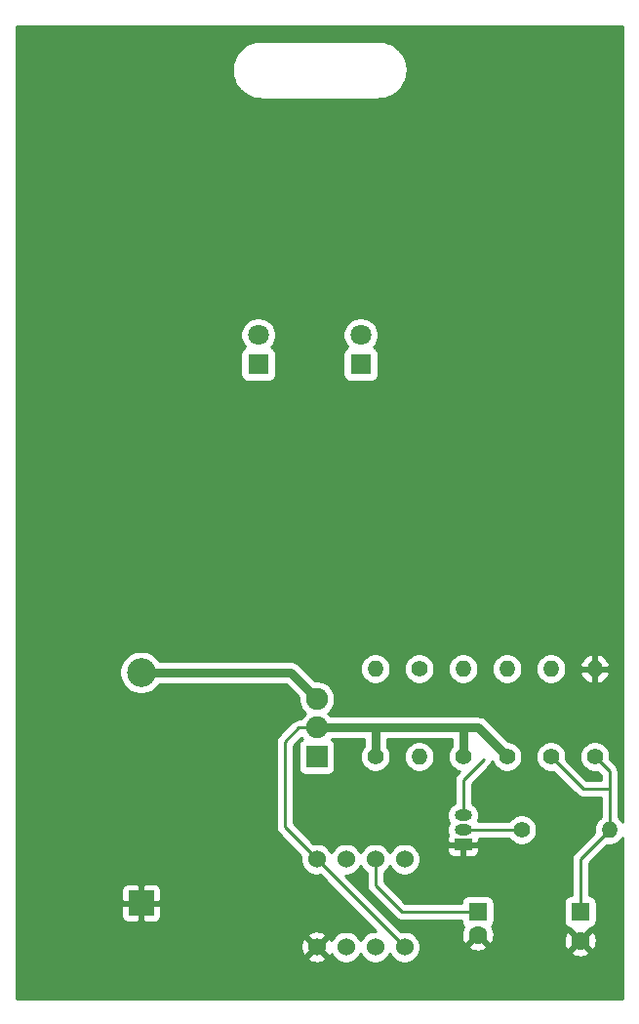
<source format=gtl>
%TF.GenerationSoftware,KiCad,Pcbnew,5.1.10-88a1d61d58~90~ubuntu20.04.1*%
%TF.CreationDate,2021-11-21T06:34:40+05:30*%
%TF.ProjectId,555_badge,3535355f-6261-4646-9765-2e6b69636164,rev?*%
%TF.SameCoordinates,Original*%
%TF.FileFunction,Copper,L1,Top*%
%TF.FilePolarity,Positive*%
%FSLAX46Y46*%
G04 Gerber Fmt 4.6, Leading zero omitted, Abs format (unit mm)*
G04 Created by KiCad (PCBNEW 5.1.10-88a1d61d58~90~ubuntu20.04.1) date 2021-11-21 06:34:40*
%MOMM*%
%LPD*%
G01*
G04 APERTURE LIST*
%TA.AperFunction,ComponentPad*%
%ADD10R,2.170000X2.170000*%
%TD*%
%TA.AperFunction,ComponentPad*%
%ADD11C,2.500000*%
%TD*%
%TA.AperFunction,ComponentPad*%
%ADD12C,1.600000*%
%TD*%
%TA.AperFunction,ComponentPad*%
%ADD13R,1.600000X1.600000*%
%TD*%
%TA.AperFunction,ComponentPad*%
%ADD14R,1.800000X1.800000*%
%TD*%
%TA.AperFunction,ComponentPad*%
%ADD15C,1.800000*%
%TD*%
%TA.AperFunction,ComponentPad*%
%ADD16O,1.500000X1.000000*%
%TD*%
%TA.AperFunction,ComponentPad*%
%ADD17R,1.500000X1.000000*%
%TD*%
%TA.AperFunction,ComponentPad*%
%ADD18C,1.400000*%
%TD*%
%TA.AperFunction,ComponentPad*%
%ADD19O,1.400000X1.400000*%
%TD*%
%TA.AperFunction,ComponentPad*%
%ADD20R,1.900000X1.900000*%
%TD*%
%TA.AperFunction,ComponentPad*%
%ADD21C,1.900000*%
%TD*%
%TA.AperFunction,ComponentPad*%
%ADD22C,1.524000*%
%TD*%
%TA.AperFunction,ViaPad*%
%ADD23C,0.019355*%
%TD*%
%TA.AperFunction,Conductor*%
%ADD24C,0.762000*%
%TD*%
%TA.AperFunction,Conductor*%
%ADD25C,0.254000*%
%TD*%
%TA.AperFunction,Conductor*%
%ADD26C,0.100000*%
%TD*%
G04 APERTURE END LIST*
D10*
%TO.P,BAT1,Neg*%
%TO.N,GND*%
X138430000Y-118110000D03*
D11*
%TO.P,BAT1,Pos*%
%TO.N,Net-(BAT1-PadPos)*%
X138430000Y-98110000D03*
%TD*%
D12*
%TO.P,C1,2*%
%TO.N,GND*%
X167640000Y-120872000D03*
D13*
%TO.P,C1,1*%
%TO.N,Net-(C1-Pad1)*%
X167640000Y-118872000D03*
%TD*%
D12*
%TO.P,C2,2*%
%TO.N,GND*%
X176530000Y-121372000D03*
D13*
%TO.P,C2,1*%
%TO.N,Net-(C2-Pad1)*%
X176530000Y-118872000D03*
%TD*%
D14*
%TO.P,D1,1*%
%TO.N,Net-(D1-Pad1)*%
X157480000Y-71374000D03*
D15*
%TO.P,D1,2*%
%TO.N,Net-(D1-Pad2)*%
X157480000Y-68834000D03*
%TD*%
%TO.P,D2,2*%
%TO.N,Net-(D2-Pad2)*%
X148590000Y-68834000D03*
D14*
%TO.P,D2,1*%
%TO.N,Net-(D1-Pad1)*%
X148590000Y-71374000D03*
%TD*%
D16*
%TO.P,Q1,2*%
%TO.N,Net-(Q1-Pad2)*%
X166370000Y-111760000D03*
%TO.P,Q1,3*%
%TO.N,Net-(D1-Pad1)*%
X166370000Y-110490000D03*
D17*
%TO.P,Q1,1*%
%TO.N,GND*%
X166370000Y-113030000D03*
%TD*%
D18*
%TO.P,R1,1*%
%TO.N,VCC*%
X158750000Y-105410000D03*
D19*
%TO.P,R1,2*%
%TO.N,Net-(R1-Pad2)*%
X158750000Y-97790000D03*
%TD*%
D18*
%TO.P,R2,1*%
%TO.N,Net-(R1-Pad2)*%
X162560000Y-97790000D03*
D19*
%TO.P,R2,2*%
%TO.N,Net-(C1-Pad1)*%
X162560000Y-105410000D03*
%TD*%
%TO.P,R3,2*%
%TO.N,Net-(R3-Pad2)*%
X173990000Y-97790000D03*
D18*
%TO.P,R3,1*%
%TO.N,Net-(C2-Pad1)*%
X173990000Y-105410000D03*
%TD*%
D19*
%TO.P,R4,2*%
%TO.N,GND*%
X177800000Y-97790000D03*
D18*
%TO.P,R4,1*%
%TO.N,Net-(C2-Pad1)*%
X177800000Y-105410000D03*
%TD*%
%TO.P,R5,1*%
%TO.N,Net-(Q1-Pad2)*%
X171450000Y-111760000D03*
D19*
%TO.P,R5,2*%
%TO.N,Net-(C2-Pad1)*%
X179070000Y-111760000D03*
%TD*%
%TO.P,R6,2*%
%TO.N,Net-(D1-Pad2)*%
X170180000Y-97790000D03*
D18*
%TO.P,R6,1*%
%TO.N,VCC*%
X170180000Y-105410000D03*
%TD*%
%TO.P,R7,1*%
%TO.N,VCC*%
X166370000Y-105410000D03*
D19*
%TO.P,R7,2*%
%TO.N,Net-(D2-Pad2)*%
X166370000Y-97790000D03*
%TD*%
D20*
%TO.P,S1,1*%
%TO.N,Net-(S1-Pad1)*%
X153670000Y-105410000D03*
D21*
%TO.P,S1,2*%
%TO.N,VCC*%
X153670000Y-102910000D03*
%TO.P,S1,3*%
%TO.N,Net-(BAT1-PadPos)*%
X153670000Y-100410000D03*
%TD*%
D22*
%TO.P,U1,8*%
%TO.N,VCC*%
X153670000Y-114300000D03*
%TO.P,U1,7*%
%TO.N,Net-(R1-Pad2)*%
X156210000Y-114300000D03*
%TO.P,U1,6*%
%TO.N,Net-(C1-Pad1)*%
X158750000Y-114300000D03*
%TO.P,U1,5*%
%TO.N,Net-(U1-Pad5)*%
X161290000Y-114300000D03*
%TO.P,U1,4*%
%TO.N,VCC*%
X161290000Y-121920000D03*
%TO.P,U1,3*%
%TO.N,Net-(R3-Pad2)*%
X158750000Y-121920000D03*
%TO.P,U1,2*%
%TO.N,Net-(C1-Pad1)*%
X156210000Y-121920000D03*
%TO.P,U1,1*%
%TO.N,GND*%
X153670000Y-121920000D03*
%TD*%
D23*
%TO.N,Net-(D1-Pad1)*%
X168148000Y-105664000D03*
%TD*%
D24*
%TO.N,Net-(BAT1-PadPos)*%
X153670000Y-100410000D02*
X151384000Y-98124000D01*
X138444000Y-98124000D02*
X138430000Y-98110000D01*
X151384000Y-98124000D02*
X138444000Y-98124000D01*
D25*
%TO.N,Net-(C1-Pad1)*%
X158750000Y-114300000D02*
X158750000Y-116586000D01*
X161036000Y-118872000D02*
X167640000Y-118872000D01*
X158750000Y-116586000D02*
X161036000Y-118872000D01*
%TO.N,Net-(C2-Pad1)*%
X176530000Y-114300000D02*
X179070000Y-111760000D01*
X176530000Y-118872000D02*
X176530000Y-114300000D01*
X179070000Y-106680000D02*
X177800000Y-105410000D01*
X176784000Y-108204000D02*
X173990000Y-105410000D01*
X179070000Y-108204000D02*
X176784000Y-108204000D01*
X179070000Y-111760000D02*
X179070000Y-108204000D01*
X179070000Y-108204000D02*
X179070000Y-106680000D01*
%TO.N,Net-(D1-Pad1)*%
X166370000Y-107442000D02*
X168148000Y-105664000D01*
X166370000Y-110490000D02*
X166370000Y-107442000D01*
%TO.N,Net-(Q1-Pad2)*%
X166370000Y-111760000D02*
X171450000Y-111760000D01*
D24*
%TO.N,VCC*%
X167680000Y-102910000D02*
X170180000Y-105410000D01*
X166370000Y-103124000D02*
X166584000Y-102910000D01*
X166370000Y-105410000D02*
X166370000Y-103124000D01*
X166584000Y-102910000D02*
X167680000Y-102910000D01*
X158750000Y-103124000D02*
X158964000Y-102910000D01*
X158750000Y-105410000D02*
X158750000Y-103124000D01*
X158964000Y-102910000D02*
X166584000Y-102910000D01*
X153670000Y-102910000D02*
X158964000Y-102910000D01*
D25*
X153670000Y-102910000D02*
X152106000Y-102910000D01*
X152106000Y-102910000D02*
X150876000Y-104140000D01*
X150876000Y-111506000D02*
X153670000Y-114300000D01*
X150876000Y-104140000D02*
X150876000Y-111506000D01*
X153670000Y-114300000D02*
X161290000Y-121920000D01*
X158750000Y-105410000D02*
X158750000Y-105918000D01*
%TD*%
%TO.N,GND*%
X180212679Y-111067204D02*
X180106962Y-110908987D01*
X179921013Y-110723038D01*
X179832000Y-110663562D01*
X179832000Y-108241425D01*
X179835686Y-108204000D01*
X179832000Y-108166574D01*
X179832000Y-106717422D01*
X179835686Y-106679999D01*
X179832000Y-106642574D01*
X179820974Y-106530622D01*
X179777402Y-106386985D01*
X179706645Y-106254608D01*
X179611422Y-106138578D01*
X179582352Y-106114721D01*
X179114114Y-105646484D01*
X179135000Y-105541486D01*
X179135000Y-105278514D01*
X179083696Y-105020595D01*
X178983061Y-104777641D01*
X178836962Y-104558987D01*
X178651013Y-104373038D01*
X178432359Y-104226939D01*
X178189405Y-104126304D01*
X177931486Y-104075000D01*
X177668514Y-104075000D01*
X177410595Y-104126304D01*
X177167641Y-104226939D01*
X176948987Y-104373038D01*
X176763038Y-104558987D01*
X176616939Y-104777641D01*
X176516304Y-105020595D01*
X176465000Y-105278514D01*
X176465000Y-105541486D01*
X176516304Y-105799405D01*
X176616939Y-106042359D01*
X176763038Y-106261013D01*
X176948987Y-106446962D01*
X177167641Y-106593061D01*
X177410595Y-106693696D01*
X177668514Y-106745000D01*
X177931486Y-106745000D01*
X178036484Y-106724114D01*
X178308001Y-106995632D01*
X178308000Y-107442000D01*
X177099630Y-107442000D01*
X175304114Y-105646484D01*
X175325000Y-105541486D01*
X175325000Y-105278514D01*
X175273696Y-105020595D01*
X175173061Y-104777641D01*
X175026962Y-104558987D01*
X174841013Y-104373038D01*
X174622359Y-104226939D01*
X174379405Y-104126304D01*
X174121486Y-104075000D01*
X173858514Y-104075000D01*
X173600595Y-104126304D01*
X173357641Y-104226939D01*
X173138987Y-104373038D01*
X172953038Y-104558987D01*
X172806939Y-104777641D01*
X172706304Y-105020595D01*
X172655000Y-105278514D01*
X172655000Y-105541486D01*
X172706304Y-105799405D01*
X172806939Y-106042359D01*
X172953038Y-106261013D01*
X173138987Y-106446962D01*
X173357641Y-106593061D01*
X173600595Y-106693696D01*
X173858514Y-106745000D01*
X174121486Y-106745000D01*
X174226484Y-106724114D01*
X176218716Y-108716346D01*
X176242578Y-108745422D01*
X176316219Y-108805857D01*
X176358607Y-108840645D01*
X176429364Y-108878465D01*
X176490985Y-108911402D01*
X176634622Y-108954974D01*
X176746574Y-108966000D01*
X176746577Y-108966000D01*
X176784000Y-108969686D01*
X176821423Y-108966000D01*
X178308001Y-108966000D01*
X178308000Y-110663562D01*
X178218987Y-110723038D01*
X178033038Y-110908987D01*
X177886939Y-111127641D01*
X177786304Y-111370595D01*
X177735000Y-111628514D01*
X177735000Y-111891486D01*
X177755886Y-111996484D01*
X176017649Y-113734721D01*
X175988579Y-113758578D01*
X175964722Y-113787648D01*
X175964721Y-113787649D01*
X175893355Y-113874608D01*
X175822599Y-114006985D01*
X175779027Y-114150622D01*
X175764314Y-114300000D01*
X175768001Y-114337433D01*
X175768000Y-117433928D01*
X175730000Y-117433928D01*
X175605518Y-117446188D01*
X175485820Y-117482498D01*
X175375506Y-117541463D01*
X175278815Y-117620815D01*
X175199463Y-117717506D01*
X175140498Y-117827820D01*
X175104188Y-117947518D01*
X175091928Y-118072000D01*
X175091928Y-119672000D01*
X175104188Y-119796482D01*
X175140498Y-119916180D01*
X175199463Y-120026494D01*
X175278815Y-120123185D01*
X175375506Y-120202537D01*
X175485820Y-120261502D01*
X175605518Y-120297812D01*
X175730000Y-120310072D01*
X175737215Y-120310072D01*
X175716903Y-120379298D01*
X176530000Y-121192395D01*
X177343097Y-120379298D01*
X177322785Y-120310072D01*
X177330000Y-120310072D01*
X177454482Y-120297812D01*
X177574180Y-120261502D01*
X177684494Y-120202537D01*
X177781185Y-120123185D01*
X177860537Y-120026494D01*
X177919502Y-119916180D01*
X177955812Y-119796482D01*
X177968072Y-119672000D01*
X177968072Y-118072000D01*
X177955812Y-117947518D01*
X177919502Y-117827820D01*
X177860537Y-117717506D01*
X177781185Y-117620815D01*
X177684494Y-117541463D01*
X177574180Y-117482498D01*
X177454482Y-117446188D01*
X177330000Y-117433928D01*
X177292000Y-117433928D01*
X177292000Y-114615630D01*
X178833516Y-113074114D01*
X178938514Y-113095000D01*
X179201486Y-113095000D01*
X179459405Y-113043696D01*
X179702359Y-112943061D01*
X179921013Y-112796962D01*
X180106962Y-112611013D01*
X180212679Y-112452796D01*
X180212679Y-126364678D01*
X127635322Y-126364678D01*
X127635322Y-122885565D01*
X152884040Y-122885565D01*
X152951020Y-123125656D01*
X153200048Y-123242756D01*
X153467135Y-123309023D01*
X153742017Y-123321910D01*
X154014133Y-123280922D01*
X154273023Y-123187636D01*
X154388980Y-123125656D01*
X154455960Y-122885565D01*
X153670000Y-122099605D01*
X152884040Y-122885565D01*
X127635322Y-122885565D01*
X127635322Y-121992017D01*
X152268090Y-121992017D01*
X152309078Y-122264133D01*
X152402364Y-122523023D01*
X152464344Y-122638980D01*
X152704435Y-122705960D01*
X153490395Y-121920000D01*
X152704435Y-121134040D01*
X152464344Y-121201020D01*
X152347244Y-121450048D01*
X152280977Y-121717135D01*
X152268090Y-121992017D01*
X127635322Y-121992017D01*
X127635322Y-120954435D01*
X152884040Y-120954435D01*
X153670000Y-121740395D01*
X154455960Y-120954435D01*
X154388980Y-120714344D01*
X154139952Y-120597244D01*
X153872865Y-120530977D01*
X153597983Y-120518090D01*
X153325867Y-120559078D01*
X153066977Y-120652364D01*
X152951020Y-120714344D01*
X152884040Y-120954435D01*
X127635322Y-120954435D01*
X127635322Y-119195000D01*
X136706928Y-119195000D01*
X136719188Y-119319482D01*
X136755498Y-119439180D01*
X136814463Y-119549494D01*
X136893815Y-119646185D01*
X136990506Y-119725537D01*
X137100820Y-119784502D01*
X137220518Y-119820812D01*
X137345000Y-119833072D01*
X138144250Y-119830000D01*
X138303000Y-119671250D01*
X138303000Y-118237000D01*
X138557000Y-118237000D01*
X138557000Y-119671250D01*
X138715750Y-119830000D01*
X139515000Y-119833072D01*
X139639482Y-119820812D01*
X139759180Y-119784502D01*
X139869494Y-119725537D01*
X139966185Y-119646185D01*
X140045537Y-119549494D01*
X140104502Y-119439180D01*
X140140812Y-119319482D01*
X140153072Y-119195000D01*
X140150000Y-118395750D01*
X139991250Y-118237000D01*
X138557000Y-118237000D01*
X138303000Y-118237000D01*
X136868750Y-118237000D01*
X136710000Y-118395750D01*
X136706928Y-119195000D01*
X127635322Y-119195000D01*
X127635322Y-117025000D01*
X136706928Y-117025000D01*
X136710000Y-117824250D01*
X136868750Y-117983000D01*
X138303000Y-117983000D01*
X138303000Y-116548750D01*
X138557000Y-116548750D01*
X138557000Y-117983000D01*
X139991250Y-117983000D01*
X140150000Y-117824250D01*
X140153072Y-117025000D01*
X140140812Y-116900518D01*
X140104502Y-116780820D01*
X140045537Y-116670506D01*
X139966185Y-116573815D01*
X139869494Y-116494463D01*
X139759180Y-116435498D01*
X139639482Y-116399188D01*
X139515000Y-116386928D01*
X138715750Y-116390000D01*
X138557000Y-116548750D01*
X138303000Y-116548750D01*
X138144250Y-116390000D01*
X137345000Y-116386928D01*
X137220518Y-116399188D01*
X137100820Y-116435498D01*
X136990506Y-116494463D01*
X136893815Y-116573815D01*
X136814463Y-116670506D01*
X136755498Y-116780820D01*
X136719188Y-116900518D01*
X136706928Y-117025000D01*
X127635322Y-117025000D01*
X127635322Y-97924344D01*
X136545000Y-97924344D01*
X136545000Y-98295656D01*
X136617439Y-98659834D01*
X136759534Y-99002882D01*
X136965825Y-99311618D01*
X137228382Y-99574175D01*
X137537118Y-99780466D01*
X137880166Y-99922561D01*
X138244344Y-99995000D01*
X138615656Y-99995000D01*
X138979834Y-99922561D01*
X139322882Y-99780466D01*
X139631618Y-99574175D01*
X139894175Y-99311618D01*
X140008847Y-99140000D01*
X150963160Y-99140000D01*
X152085000Y-100261841D01*
X152085000Y-100566109D01*
X152145911Y-100872327D01*
X152265391Y-101160779D01*
X152438850Y-101420379D01*
X152659621Y-101641150D01*
X152687832Y-101660000D01*
X152659621Y-101678850D01*
X152438850Y-101899621D01*
X152272889Y-102148000D01*
X152143423Y-102148000D01*
X152106000Y-102144314D01*
X152068577Y-102148000D01*
X152068574Y-102148000D01*
X151956622Y-102159026D01*
X151812985Y-102202598D01*
X151751364Y-102235535D01*
X151680607Y-102273355D01*
X151638219Y-102308143D01*
X151564578Y-102368578D01*
X151540716Y-102397654D01*
X150363654Y-103574716D01*
X150334578Y-103598578D01*
X150283532Y-103660779D01*
X150239355Y-103714608D01*
X150215702Y-103758860D01*
X150168598Y-103846986D01*
X150125026Y-103990623D01*
X150117484Y-104067201D01*
X150110314Y-104140000D01*
X150114000Y-104177423D01*
X150114001Y-111468567D01*
X150110314Y-111506000D01*
X150125027Y-111655378D01*
X150168599Y-111799015D01*
X150239355Y-111931392D01*
X150281298Y-111982499D01*
X150334579Y-112047422D01*
X150363649Y-112071279D01*
X152303159Y-114010789D01*
X152273000Y-114162408D01*
X152273000Y-114437592D01*
X152326686Y-114707490D01*
X152431995Y-114961727D01*
X152584880Y-115190535D01*
X152779465Y-115385120D01*
X153008273Y-115538005D01*
X153262510Y-115643314D01*
X153532408Y-115697000D01*
X153807592Y-115697000D01*
X153959211Y-115666841D01*
X158815369Y-120523000D01*
X158612408Y-120523000D01*
X158342510Y-120576686D01*
X158088273Y-120681995D01*
X157859465Y-120834880D01*
X157664880Y-121029465D01*
X157511995Y-121258273D01*
X157480000Y-121335515D01*
X157448005Y-121258273D01*
X157295120Y-121029465D01*
X157100535Y-120834880D01*
X156871727Y-120681995D01*
X156617490Y-120576686D01*
X156347592Y-120523000D01*
X156072408Y-120523000D01*
X155802510Y-120576686D01*
X155548273Y-120681995D01*
X155319465Y-120834880D01*
X155124880Y-121029465D01*
X154971995Y-121258273D01*
X154942308Y-121329943D01*
X154937636Y-121316977D01*
X154875656Y-121201020D01*
X154635565Y-121134040D01*
X153849605Y-121920000D01*
X154635565Y-122705960D01*
X154875656Y-122638980D01*
X154939485Y-122503240D01*
X154971995Y-122581727D01*
X155124880Y-122810535D01*
X155319465Y-123005120D01*
X155548273Y-123158005D01*
X155802510Y-123263314D01*
X156072408Y-123317000D01*
X156347592Y-123317000D01*
X156617490Y-123263314D01*
X156871727Y-123158005D01*
X157100535Y-123005120D01*
X157295120Y-122810535D01*
X157448005Y-122581727D01*
X157480000Y-122504485D01*
X157511995Y-122581727D01*
X157664880Y-122810535D01*
X157859465Y-123005120D01*
X158088273Y-123158005D01*
X158342510Y-123263314D01*
X158612408Y-123317000D01*
X158887592Y-123317000D01*
X159157490Y-123263314D01*
X159411727Y-123158005D01*
X159640535Y-123005120D01*
X159835120Y-122810535D01*
X159988005Y-122581727D01*
X160020000Y-122504485D01*
X160051995Y-122581727D01*
X160204880Y-122810535D01*
X160399465Y-123005120D01*
X160628273Y-123158005D01*
X160882510Y-123263314D01*
X161152408Y-123317000D01*
X161427592Y-123317000D01*
X161697490Y-123263314D01*
X161951727Y-123158005D01*
X162180535Y-123005120D01*
X162375120Y-122810535D01*
X162528005Y-122581727D01*
X162617900Y-122364702D01*
X175716903Y-122364702D01*
X175788486Y-122608671D01*
X176043996Y-122729571D01*
X176318184Y-122798300D01*
X176600512Y-122812217D01*
X176880130Y-122770787D01*
X177146292Y-122675603D01*
X177271514Y-122608671D01*
X177343097Y-122364702D01*
X176530000Y-121551605D01*
X175716903Y-122364702D01*
X162617900Y-122364702D01*
X162633314Y-122327490D01*
X162687000Y-122057592D01*
X162687000Y-121864702D01*
X166826903Y-121864702D01*
X166898486Y-122108671D01*
X167153996Y-122229571D01*
X167428184Y-122298300D01*
X167710512Y-122312217D01*
X167990130Y-122270787D01*
X168256292Y-122175603D01*
X168381514Y-122108671D01*
X168453097Y-121864702D01*
X167640000Y-121051605D01*
X166826903Y-121864702D01*
X162687000Y-121864702D01*
X162687000Y-121782408D01*
X162633314Y-121512510D01*
X162528005Y-121258273D01*
X162375120Y-121029465D01*
X162180535Y-120834880D01*
X161951727Y-120681995D01*
X161697490Y-120576686D01*
X161427592Y-120523000D01*
X161152408Y-120523000D01*
X161000790Y-120553159D01*
X156144630Y-115697000D01*
X156347592Y-115697000D01*
X156617490Y-115643314D01*
X156871727Y-115538005D01*
X157100535Y-115385120D01*
X157295120Y-115190535D01*
X157448005Y-114961727D01*
X157480000Y-114884485D01*
X157511995Y-114961727D01*
X157664880Y-115190535D01*
X157859465Y-115385120D01*
X157988001Y-115471005D01*
X157988001Y-116548567D01*
X157984314Y-116586000D01*
X157999027Y-116735378D01*
X158042599Y-116879015D01*
X158113355Y-117011392D01*
X158184721Y-117098351D01*
X158208579Y-117127422D01*
X158237649Y-117151279D01*
X160470721Y-119384352D01*
X160494578Y-119413422D01*
X160610608Y-119508645D01*
X160742985Y-119579402D01*
X160886622Y-119622974D01*
X160998574Y-119634000D01*
X160998576Y-119634000D01*
X161035999Y-119637686D01*
X161073422Y-119634000D01*
X166201928Y-119634000D01*
X166201928Y-119672000D01*
X166214188Y-119796482D01*
X166250498Y-119916180D01*
X166309463Y-120026494D01*
X166388815Y-120123185D01*
X166401758Y-120133807D01*
X166282429Y-120385996D01*
X166213700Y-120660184D01*
X166199783Y-120942512D01*
X166241213Y-121222130D01*
X166336397Y-121488292D01*
X166403329Y-121613514D01*
X166647298Y-121685097D01*
X167460395Y-120872000D01*
X167446253Y-120857858D01*
X167625858Y-120678253D01*
X167640000Y-120692395D01*
X167654143Y-120678253D01*
X167833748Y-120857858D01*
X167819605Y-120872000D01*
X168632702Y-121685097D01*
X168876671Y-121613514D01*
X168957584Y-121442512D01*
X175089783Y-121442512D01*
X175131213Y-121722130D01*
X175226397Y-121988292D01*
X175293329Y-122113514D01*
X175537298Y-122185097D01*
X176350395Y-121372000D01*
X176709605Y-121372000D01*
X177522702Y-122185097D01*
X177766671Y-122113514D01*
X177887571Y-121858004D01*
X177956300Y-121583816D01*
X177970217Y-121301488D01*
X177928787Y-121021870D01*
X177833603Y-120755708D01*
X177766671Y-120630486D01*
X177522702Y-120558903D01*
X176709605Y-121372000D01*
X176350395Y-121372000D01*
X175537298Y-120558903D01*
X175293329Y-120630486D01*
X175172429Y-120885996D01*
X175103700Y-121160184D01*
X175089783Y-121442512D01*
X168957584Y-121442512D01*
X168997571Y-121358004D01*
X169066300Y-121083816D01*
X169080217Y-120801488D01*
X169038787Y-120521870D01*
X168943603Y-120255708D01*
X168878384Y-120133691D01*
X168891185Y-120123185D01*
X168970537Y-120026494D01*
X169029502Y-119916180D01*
X169065812Y-119796482D01*
X169078072Y-119672000D01*
X169078072Y-118072000D01*
X169065812Y-117947518D01*
X169029502Y-117827820D01*
X168970537Y-117717506D01*
X168891185Y-117620815D01*
X168794494Y-117541463D01*
X168684180Y-117482498D01*
X168564482Y-117446188D01*
X168440000Y-117433928D01*
X166840000Y-117433928D01*
X166715518Y-117446188D01*
X166595820Y-117482498D01*
X166485506Y-117541463D01*
X166388815Y-117620815D01*
X166309463Y-117717506D01*
X166250498Y-117827820D01*
X166214188Y-117947518D01*
X166201928Y-118072000D01*
X166201928Y-118110000D01*
X161351631Y-118110000D01*
X159512000Y-116270370D01*
X159512000Y-115471005D01*
X159640535Y-115385120D01*
X159835120Y-115190535D01*
X159988005Y-114961727D01*
X160020000Y-114884485D01*
X160051995Y-114961727D01*
X160204880Y-115190535D01*
X160399465Y-115385120D01*
X160628273Y-115538005D01*
X160882510Y-115643314D01*
X161152408Y-115697000D01*
X161427592Y-115697000D01*
X161697490Y-115643314D01*
X161951727Y-115538005D01*
X162180535Y-115385120D01*
X162375120Y-115190535D01*
X162528005Y-114961727D01*
X162633314Y-114707490D01*
X162687000Y-114437592D01*
X162687000Y-114162408D01*
X162633314Y-113892510D01*
X162528005Y-113638273D01*
X162455660Y-113530000D01*
X164981928Y-113530000D01*
X164994188Y-113654482D01*
X165030498Y-113774180D01*
X165089463Y-113884494D01*
X165168815Y-113981185D01*
X165265506Y-114060537D01*
X165375820Y-114119502D01*
X165495518Y-114155812D01*
X165620000Y-114168072D01*
X166084250Y-114165000D01*
X166243000Y-114006250D01*
X166243000Y-113157000D01*
X166497000Y-113157000D01*
X166497000Y-114006250D01*
X166655750Y-114165000D01*
X167120000Y-114168072D01*
X167244482Y-114155812D01*
X167364180Y-114119502D01*
X167474494Y-114060537D01*
X167571185Y-113981185D01*
X167650537Y-113884494D01*
X167709502Y-113774180D01*
X167745812Y-113654482D01*
X167758072Y-113530000D01*
X167755000Y-113315750D01*
X167596250Y-113157000D01*
X166497000Y-113157000D01*
X166243000Y-113157000D01*
X165143750Y-113157000D01*
X164985000Y-113315750D01*
X164981928Y-113530000D01*
X162455660Y-113530000D01*
X162375120Y-113409465D01*
X162180535Y-113214880D01*
X161951727Y-113061995D01*
X161697490Y-112956686D01*
X161427592Y-112903000D01*
X161152408Y-112903000D01*
X160882510Y-112956686D01*
X160628273Y-113061995D01*
X160399465Y-113214880D01*
X160204880Y-113409465D01*
X160051995Y-113638273D01*
X160020000Y-113715515D01*
X159988005Y-113638273D01*
X159835120Y-113409465D01*
X159640535Y-113214880D01*
X159411727Y-113061995D01*
X159157490Y-112956686D01*
X158887592Y-112903000D01*
X158612408Y-112903000D01*
X158342510Y-112956686D01*
X158088273Y-113061995D01*
X157859465Y-113214880D01*
X157664880Y-113409465D01*
X157511995Y-113638273D01*
X157480000Y-113715515D01*
X157448005Y-113638273D01*
X157295120Y-113409465D01*
X157100535Y-113214880D01*
X156871727Y-113061995D01*
X156617490Y-112956686D01*
X156347592Y-112903000D01*
X156072408Y-112903000D01*
X155802510Y-112956686D01*
X155548273Y-113061995D01*
X155319465Y-113214880D01*
X155124880Y-113409465D01*
X154971995Y-113638273D01*
X154940000Y-113715515D01*
X154908005Y-113638273D01*
X154755120Y-113409465D01*
X154560535Y-113214880D01*
X154331727Y-113061995D01*
X154077490Y-112956686D01*
X153807592Y-112903000D01*
X153532408Y-112903000D01*
X153380789Y-112933159D01*
X151638000Y-111190370D01*
X151638000Y-104455630D01*
X152332466Y-103761164D01*
X152424021Y-103898186D01*
X152365506Y-103929463D01*
X152268815Y-104008815D01*
X152189463Y-104105506D01*
X152130498Y-104215820D01*
X152094188Y-104335518D01*
X152081928Y-104460000D01*
X152081928Y-106360000D01*
X152094188Y-106484482D01*
X152130498Y-106604180D01*
X152189463Y-106714494D01*
X152268815Y-106811185D01*
X152365506Y-106890537D01*
X152475820Y-106949502D01*
X152595518Y-106985812D01*
X152720000Y-106998072D01*
X154620000Y-106998072D01*
X154744482Y-106985812D01*
X154864180Y-106949502D01*
X154974494Y-106890537D01*
X155071185Y-106811185D01*
X155150537Y-106714494D01*
X155209502Y-106604180D01*
X155245812Y-106484482D01*
X155258072Y-106360000D01*
X155258072Y-104460000D01*
X155245812Y-104335518D01*
X155209502Y-104215820D01*
X155150537Y-104105506D01*
X155071185Y-104008815D01*
X154974494Y-103929463D01*
X154968015Y-103926000D01*
X157734001Y-103926000D01*
X157734000Y-104538025D01*
X157713038Y-104558987D01*
X157566939Y-104777641D01*
X157466304Y-105020595D01*
X157415000Y-105278514D01*
X157415000Y-105541486D01*
X157466304Y-105799405D01*
X157566939Y-106042359D01*
X157713038Y-106261013D01*
X157898987Y-106446962D01*
X158117641Y-106593061D01*
X158360595Y-106693696D01*
X158618514Y-106745000D01*
X158881486Y-106745000D01*
X159139405Y-106693696D01*
X159382359Y-106593061D01*
X159601013Y-106446962D01*
X159786962Y-106261013D01*
X159933061Y-106042359D01*
X160033696Y-105799405D01*
X160085000Y-105541486D01*
X160085000Y-105278514D01*
X161225000Y-105278514D01*
X161225000Y-105541486D01*
X161276304Y-105799405D01*
X161376939Y-106042359D01*
X161523038Y-106261013D01*
X161708987Y-106446962D01*
X161927641Y-106593061D01*
X162170595Y-106693696D01*
X162428514Y-106745000D01*
X162691486Y-106745000D01*
X162949405Y-106693696D01*
X163192359Y-106593061D01*
X163411013Y-106446962D01*
X163596962Y-106261013D01*
X163743061Y-106042359D01*
X163843696Y-105799405D01*
X163895000Y-105541486D01*
X163895000Y-105278514D01*
X163843696Y-105020595D01*
X163743061Y-104777641D01*
X163596962Y-104558987D01*
X163411013Y-104373038D01*
X163192359Y-104226939D01*
X162949405Y-104126304D01*
X162691486Y-104075000D01*
X162428514Y-104075000D01*
X162170595Y-104126304D01*
X161927641Y-104226939D01*
X161708987Y-104373038D01*
X161523038Y-104558987D01*
X161376939Y-104777641D01*
X161276304Y-105020595D01*
X161225000Y-105278514D01*
X160085000Y-105278514D01*
X160033696Y-105020595D01*
X159933061Y-104777641D01*
X159786962Y-104558987D01*
X159766000Y-104538025D01*
X159766000Y-103926000D01*
X165354001Y-103926000D01*
X165354000Y-104538025D01*
X165333038Y-104558987D01*
X165186939Y-104777641D01*
X165086304Y-105020595D01*
X165035000Y-105278514D01*
X165035000Y-105541486D01*
X165086304Y-105799405D01*
X165186939Y-106042359D01*
X165333038Y-106261013D01*
X165518987Y-106446962D01*
X165737641Y-106593061D01*
X165980595Y-106693696D01*
X166030706Y-106703664D01*
X165857649Y-106876721D01*
X165828579Y-106900578D01*
X165804722Y-106929648D01*
X165804721Y-106929649D01*
X165733355Y-107016608D01*
X165662599Y-107148985D01*
X165619027Y-107292622D01*
X165604314Y-107442000D01*
X165608001Y-107479433D01*
X165608000Y-109476707D01*
X165486377Y-109541716D01*
X165313551Y-109683551D01*
X165171716Y-109856377D01*
X165066324Y-110053553D01*
X165001423Y-110267501D01*
X164979509Y-110490000D01*
X165001423Y-110712499D01*
X165066324Y-110926447D01*
X165171716Y-111123623D01*
X165172846Y-111125000D01*
X165171716Y-111126377D01*
X165066324Y-111323553D01*
X165001423Y-111537501D01*
X164979509Y-111760000D01*
X165001423Y-111982499D01*
X165066324Y-112196447D01*
X165072297Y-112207621D01*
X165030498Y-112285820D01*
X164994188Y-112405518D01*
X164981928Y-112530000D01*
X164985000Y-112744250D01*
X165143750Y-112903000D01*
X166243000Y-112903000D01*
X166243000Y-112895000D01*
X166497000Y-112895000D01*
X166497000Y-112903000D01*
X167596250Y-112903000D01*
X167755000Y-112744250D01*
X167758072Y-112530000D01*
X167757284Y-112522000D01*
X170353562Y-112522000D01*
X170413038Y-112611013D01*
X170598987Y-112796962D01*
X170817641Y-112943061D01*
X171060595Y-113043696D01*
X171318514Y-113095000D01*
X171581486Y-113095000D01*
X171839405Y-113043696D01*
X172082359Y-112943061D01*
X172301013Y-112796962D01*
X172486962Y-112611013D01*
X172633061Y-112392359D01*
X172733696Y-112149405D01*
X172785000Y-111891486D01*
X172785000Y-111628514D01*
X172733696Y-111370595D01*
X172633061Y-111127641D01*
X172486962Y-110908987D01*
X172301013Y-110723038D01*
X172082359Y-110576939D01*
X171839405Y-110476304D01*
X171581486Y-110425000D01*
X171318514Y-110425000D01*
X171060595Y-110476304D01*
X170817641Y-110576939D01*
X170598987Y-110723038D01*
X170413038Y-110908987D01*
X170353562Y-110998000D01*
X167635430Y-110998000D01*
X167673676Y-110926447D01*
X167738577Y-110712499D01*
X167760491Y-110490000D01*
X167738577Y-110267501D01*
X167673676Y-110053553D01*
X167568284Y-109856377D01*
X167426449Y-109683551D01*
X167253623Y-109541716D01*
X167132000Y-109476708D01*
X167132000Y-107757630D01*
X168713279Y-106176351D01*
X168784645Y-106089393D01*
X168855401Y-105957016D01*
X168898973Y-105813379D01*
X168899572Y-105807295D01*
X168996939Y-106042359D01*
X169143038Y-106261013D01*
X169328987Y-106446962D01*
X169547641Y-106593061D01*
X169790595Y-106693696D01*
X170048514Y-106745000D01*
X170311486Y-106745000D01*
X170569405Y-106693696D01*
X170812359Y-106593061D01*
X171031013Y-106446962D01*
X171216962Y-106261013D01*
X171363061Y-106042359D01*
X171463696Y-105799405D01*
X171515000Y-105541486D01*
X171515000Y-105278514D01*
X171463696Y-105020595D01*
X171363061Y-104777641D01*
X171216962Y-104558987D01*
X171031013Y-104373038D01*
X170812359Y-104226939D01*
X170569405Y-104126304D01*
X170311486Y-104075000D01*
X170281841Y-104075000D01*
X168433712Y-102226872D01*
X168401896Y-102188104D01*
X168247190Y-102061140D01*
X168070687Y-101966798D01*
X167879171Y-101908702D01*
X167729902Y-101894000D01*
X167680000Y-101889085D01*
X167630098Y-101894000D01*
X166633902Y-101894000D01*
X166584000Y-101889085D01*
X166534098Y-101894000D01*
X159013902Y-101894000D01*
X158964000Y-101889085D01*
X158914098Y-101894000D01*
X154895529Y-101894000D01*
X154680379Y-101678850D01*
X154652168Y-101660000D01*
X154680379Y-101641150D01*
X154901150Y-101420379D01*
X155074609Y-101160779D01*
X155194089Y-100872327D01*
X155255000Y-100566109D01*
X155255000Y-100253891D01*
X155194089Y-99947673D01*
X155074609Y-99659221D01*
X154901150Y-99399621D01*
X154680379Y-99178850D01*
X154420779Y-99005391D01*
X154132327Y-98885911D01*
X153826109Y-98825000D01*
X153521841Y-98825000D01*
X152355355Y-97658514D01*
X157415000Y-97658514D01*
X157415000Y-97921486D01*
X157466304Y-98179405D01*
X157566939Y-98422359D01*
X157713038Y-98641013D01*
X157898987Y-98826962D01*
X158117641Y-98973061D01*
X158360595Y-99073696D01*
X158618514Y-99125000D01*
X158881486Y-99125000D01*
X159139405Y-99073696D01*
X159382359Y-98973061D01*
X159601013Y-98826962D01*
X159786962Y-98641013D01*
X159933061Y-98422359D01*
X160033696Y-98179405D01*
X160085000Y-97921486D01*
X160085000Y-97658514D01*
X161225000Y-97658514D01*
X161225000Y-97921486D01*
X161276304Y-98179405D01*
X161376939Y-98422359D01*
X161523038Y-98641013D01*
X161708987Y-98826962D01*
X161927641Y-98973061D01*
X162170595Y-99073696D01*
X162428514Y-99125000D01*
X162691486Y-99125000D01*
X162949405Y-99073696D01*
X163192359Y-98973061D01*
X163411013Y-98826962D01*
X163596962Y-98641013D01*
X163743061Y-98422359D01*
X163843696Y-98179405D01*
X163895000Y-97921486D01*
X163895000Y-97658514D01*
X165035000Y-97658514D01*
X165035000Y-97921486D01*
X165086304Y-98179405D01*
X165186939Y-98422359D01*
X165333038Y-98641013D01*
X165518987Y-98826962D01*
X165737641Y-98973061D01*
X165980595Y-99073696D01*
X166238514Y-99125000D01*
X166501486Y-99125000D01*
X166759405Y-99073696D01*
X167002359Y-98973061D01*
X167221013Y-98826962D01*
X167406962Y-98641013D01*
X167553061Y-98422359D01*
X167653696Y-98179405D01*
X167705000Y-97921486D01*
X167705000Y-97658514D01*
X168845000Y-97658514D01*
X168845000Y-97921486D01*
X168896304Y-98179405D01*
X168996939Y-98422359D01*
X169143038Y-98641013D01*
X169328987Y-98826962D01*
X169547641Y-98973061D01*
X169790595Y-99073696D01*
X170048514Y-99125000D01*
X170311486Y-99125000D01*
X170569405Y-99073696D01*
X170812359Y-98973061D01*
X171031013Y-98826962D01*
X171216962Y-98641013D01*
X171363061Y-98422359D01*
X171463696Y-98179405D01*
X171515000Y-97921486D01*
X171515000Y-97658514D01*
X172655000Y-97658514D01*
X172655000Y-97921486D01*
X172706304Y-98179405D01*
X172806939Y-98422359D01*
X172953038Y-98641013D01*
X173138987Y-98826962D01*
X173357641Y-98973061D01*
X173600595Y-99073696D01*
X173858514Y-99125000D01*
X174121486Y-99125000D01*
X174379405Y-99073696D01*
X174622359Y-98973061D01*
X174841013Y-98826962D01*
X175026962Y-98641013D01*
X175173061Y-98422359D01*
X175273696Y-98179405D01*
X175284850Y-98123330D01*
X176507278Y-98123330D01*
X176597147Y-98369123D01*
X176733241Y-98592660D01*
X176910330Y-98785351D01*
X177121608Y-98939792D01*
X177358956Y-99050047D01*
X177466671Y-99082716D01*
X177673000Y-98959374D01*
X177673000Y-97917000D01*
X177927000Y-97917000D01*
X177927000Y-98959374D01*
X178133329Y-99082716D01*
X178241044Y-99050047D01*
X178478392Y-98939792D01*
X178689670Y-98785351D01*
X178866759Y-98592660D01*
X179002853Y-98369123D01*
X179092722Y-98123330D01*
X178970201Y-97917000D01*
X177927000Y-97917000D01*
X177673000Y-97917000D01*
X176629799Y-97917000D01*
X176507278Y-98123330D01*
X175284850Y-98123330D01*
X175325000Y-97921486D01*
X175325000Y-97658514D01*
X175284851Y-97456670D01*
X176507278Y-97456670D01*
X176629799Y-97663000D01*
X177673000Y-97663000D01*
X177673000Y-96620626D01*
X177927000Y-96620626D01*
X177927000Y-97663000D01*
X178970201Y-97663000D01*
X179092722Y-97456670D01*
X179002853Y-97210877D01*
X178866759Y-96987340D01*
X178689670Y-96794649D01*
X178478392Y-96640208D01*
X178241044Y-96529953D01*
X178133329Y-96497284D01*
X177927000Y-96620626D01*
X177673000Y-96620626D01*
X177466671Y-96497284D01*
X177358956Y-96529953D01*
X177121608Y-96640208D01*
X176910330Y-96794649D01*
X176733241Y-96987340D01*
X176597147Y-97210877D01*
X176507278Y-97456670D01*
X175284851Y-97456670D01*
X175273696Y-97400595D01*
X175173061Y-97157641D01*
X175026962Y-96938987D01*
X174841013Y-96753038D01*
X174622359Y-96606939D01*
X174379405Y-96506304D01*
X174121486Y-96455000D01*
X173858514Y-96455000D01*
X173600595Y-96506304D01*
X173357641Y-96606939D01*
X173138987Y-96753038D01*
X172953038Y-96938987D01*
X172806939Y-97157641D01*
X172706304Y-97400595D01*
X172655000Y-97658514D01*
X171515000Y-97658514D01*
X171463696Y-97400595D01*
X171363061Y-97157641D01*
X171216962Y-96938987D01*
X171031013Y-96753038D01*
X170812359Y-96606939D01*
X170569405Y-96506304D01*
X170311486Y-96455000D01*
X170048514Y-96455000D01*
X169790595Y-96506304D01*
X169547641Y-96606939D01*
X169328987Y-96753038D01*
X169143038Y-96938987D01*
X168996939Y-97157641D01*
X168896304Y-97400595D01*
X168845000Y-97658514D01*
X167705000Y-97658514D01*
X167653696Y-97400595D01*
X167553061Y-97157641D01*
X167406962Y-96938987D01*
X167221013Y-96753038D01*
X167002359Y-96606939D01*
X166759405Y-96506304D01*
X166501486Y-96455000D01*
X166238514Y-96455000D01*
X165980595Y-96506304D01*
X165737641Y-96606939D01*
X165518987Y-96753038D01*
X165333038Y-96938987D01*
X165186939Y-97157641D01*
X165086304Y-97400595D01*
X165035000Y-97658514D01*
X163895000Y-97658514D01*
X163843696Y-97400595D01*
X163743061Y-97157641D01*
X163596962Y-96938987D01*
X163411013Y-96753038D01*
X163192359Y-96606939D01*
X162949405Y-96506304D01*
X162691486Y-96455000D01*
X162428514Y-96455000D01*
X162170595Y-96506304D01*
X161927641Y-96606939D01*
X161708987Y-96753038D01*
X161523038Y-96938987D01*
X161376939Y-97157641D01*
X161276304Y-97400595D01*
X161225000Y-97658514D01*
X160085000Y-97658514D01*
X160033696Y-97400595D01*
X159933061Y-97157641D01*
X159786962Y-96938987D01*
X159601013Y-96753038D01*
X159382359Y-96606939D01*
X159139405Y-96506304D01*
X158881486Y-96455000D01*
X158618514Y-96455000D01*
X158360595Y-96506304D01*
X158117641Y-96606939D01*
X157898987Y-96753038D01*
X157713038Y-96938987D01*
X157566939Y-97157641D01*
X157466304Y-97400595D01*
X157415000Y-97658514D01*
X152355355Y-97658514D01*
X152137712Y-97440872D01*
X152105896Y-97402104D01*
X151951190Y-97275140D01*
X151774687Y-97180798D01*
X151583171Y-97122702D01*
X151433902Y-97108000D01*
X151384000Y-97103085D01*
X151334098Y-97108000D01*
X140027556Y-97108000D01*
X139894175Y-96908382D01*
X139631618Y-96645825D01*
X139322882Y-96439534D01*
X138979834Y-96297439D01*
X138615656Y-96225000D01*
X138244344Y-96225000D01*
X137880166Y-96297439D01*
X137537118Y-96439534D01*
X137228382Y-96645825D01*
X136965825Y-96908382D01*
X136759534Y-97217118D01*
X136617439Y-97560166D01*
X136545000Y-97924344D01*
X127635322Y-97924344D01*
X127635322Y-70474000D01*
X147051928Y-70474000D01*
X147051928Y-72274000D01*
X147064188Y-72398482D01*
X147100498Y-72518180D01*
X147159463Y-72628494D01*
X147238815Y-72725185D01*
X147335506Y-72804537D01*
X147445820Y-72863502D01*
X147565518Y-72899812D01*
X147690000Y-72912072D01*
X149490000Y-72912072D01*
X149614482Y-72899812D01*
X149734180Y-72863502D01*
X149844494Y-72804537D01*
X149941185Y-72725185D01*
X150020537Y-72628494D01*
X150079502Y-72518180D01*
X150115812Y-72398482D01*
X150128072Y-72274000D01*
X150128072Y-70474000D01*
X155941928Y-70474000D01*
X155941928Y-72274000D01*
X155954188Y-72398482D01*
X155990498Y-72518180D01*
X156049463Y-72628494D01*
X156128815Y-72725185D01*
X156225506Y-72804537D01*
X156335820Y-72863502D01*
X156455518Y-72899812D01*
X156580000Y-72912072D01*
X158380000Y-72912072D01*
X158504482Y-72899812D01*
X158624180Y-72863502D01*
X158734494Y-72804537D01*
X158831185Y-72725185D01*
X158910537Y-72628494D01*
X158969502Y-72518180D01*
X159005812Y-72398482D01*
X159018072Y-72274000D01*
X159018072Y-70474000D01*
X159005812Y-70349518D01*
X158969502Y-70229820D01*
X158910537Y-70119506D01*
X158831185Y-70022815D01*
X158734494Y-69943463D01*
X158624180Y-69884498D01*
X158605873Y-69878944D01*
X158672312Y-69812505D01*
X158840299Y-69561095D01*
X158956011Y-69281743D01*
X159015000Y-68985184D01*
X159015000Y-68682816D01*
X158956011Y-68386257D01*
X158840299Y-68106905D01*
X158672312Y-67855495D01*
X158458505Y-67641688D01*
X158207095Y-67473701D01*
X157927743Y-67357989D01*
X157631184Y-67299000D01*
X157328816Y-67299000D01*
X157032257Y-67357989D01*
X156752905Y-67473701D01*
X156501495Y-67641688D01*
X156287688Y-67855495D01*
X156119701Y-68106905D01*
X156003989Y-68386257D01*
X155945000Y-68682816D01*
X155945000Y-68985184D01*
X156003989Y-69281743D01*
X156119701Y-69561095D01*
X156287688Y-69812505D01*
X156354127Y-69878944D01*
X156335820Y-69884498D01*
X156225506Y-69943463D01*
X156128815Y-70022815D01*
X156049463Y-70119506D01*
X155990498Y-70229820D01*
X155954188Y-70349518D01*
X155941928Y-70474000D01*
X150128072Y-70474000D01*
X150115812Y-70349518D01*
X150079502Y-70229820D01*
X150020537Y-70119506D01*
X149941185Y-70022815D01*
X149844494Y-69943463D01*
X149734180Y-69884498D01*
X149715873Y-69878944D01*
X149782312Y-69812505D01*
X149950299Y-69561095D01*
X150066011Y-69281743D01*
X150125000Y-68985184D01*
X150125000Y-68682816D01*
X150066011Y-68386257D01*
X149950299Y-68106905D01*
X149782312Y-67855495D01*
X149568505Y-67641688D01*
X149317095Y-67473701D01*
X149037743Y-67357989D01*
X148741184Y-67299000D01*
X148438816Y-67299000D01*
X148142257Y-67357989D01*
X147862905Y-67473701D01*
X147611495Y-67641688D01*
X147397688Y-67855495D01*
X147229701Y-68106905D01*
X147113989Y-68386257D01*
X147055000Y-68682816D01*
X147055000Y-68985184D01*
X147113989Y-69281743D01*
X147229701Y-69561095D01*
X147397688Y-69812505D01*
X147464127Y-69878944D01*
X147445820Y-69884498D01*
X147335506Y-69943463D01*
X147238815Y-70022815D01*
X147159463Y-70119506D01*
X147100498Y-70229820D01*
X147064188Y-70349518D01*
X147051928Y-70474000D01*
X127635322Y-70474000D01*
X127635322Y-45802717D01*
X146306339Y-45802717D01*
X146306741Y-45860266D01*
X146306339Y-45917881D01*
X146307204Y-45926709D01*
X146346067Y-46296463D01*
X146357643Y-46352854D01*
X146368436Y-46409432D01*
X146371000Y-46417923D01*
X146480942Y-46773087D01*
X146503239Y-46826129D01*
X146524826Y-46879559D01*
X146528991Y-46887391D01*
X146705822Y-47214436D01*
X146738018Y-47262168D01*
X146769553Y-47310358D01*
X146775159Y-47317232D01*
X147012148Y-47603702D01*
X147053005Y-47644274D01*
X147093295Y-47685417D01*
X147100129Y-47691071D01*
X147388246Y-47926054D01*
X147436208Y-47957920D01*
X147483721Y-47990452D01*
X147491524Y-47994671D01*
X147819796Y-48169216D01*
X147872988Y-48191140D01*
X147925958Y-48213843D01*
X147934432Y-48216466D01*
X148290355Y-48323926D01*
X148346816Y-48335105D01*
X148403166Y-48347083D01*
X148411988Y-48348010D01*
X148782004Y-48384290D01*
X148782007Y-48384290D01*
X148812790Y-48387322D01*
X159035210Y-48387322D01*
X159067882Y-48384104D01*
X159092595Y-48384104D01*
X159101416Y-48383177D01*
X159470890Y-48341734D01*
X159527228Y-48329759D01*
X159583700Y-48318577D01*
X159592174Y-48315954D01*
X159946561Y-48203536D01*
X159999469Y-48180860D01*
X160052725Y-48158909D01*
X160060528Y-48154690D01*
X160386331Y-47975578D01*
X160433848Y-47943042D01*
X160481804Y-47911180D01*
X160488639Y-47905526D01*
X160773447Y-47666544D01*
X160813739Y-47625399D01*
X160854594Y-47584828D01*
X160860195Y-47577960D01*
X160860200Y-47577955D01*
X160860204Y-47577950D01*
X161093166Y-47288204D01*
X161124697Y-47240019D01*
X161156896Y-47192282D01*
X161161061Y-47184450D01*
X161333309Y-46854968D01*
X161354857Y-46801636D01*
X161377195Y-46748495D01*
X161379758Y-46740003D01*
X161484730Y-46383338D01*
X161495518Y-46326784D01*
X161507098Y-46270371D01*
X161507964Y-46261543D01*
X161541661Y-45891283D01*
X161541259Y-45833734D01*
X161541661Y-45776119D01*
X161540796Y-45767292D01*
X161501933Y-45397537D01*
X161490352Y-45341120D01*
X161479564Y-45284568D01*
X161477000Y-45276076D01*
X161367058Y-44920913D01*
X161344756Y-44867859D01*
X161323174Y-44814441D01*
X161319009Y-44806609D01*
X161319009Y-44806608D01*
X161319006Y-44806604D01*
X161142177Y-44479564D01*
X161109999Y-44431858D01*
X161078447Y-44383642D01*
X161072840Y-44376768D01*
X160835852Y-44090298D01*
X160794995Y-44049726D01*
X160754705Y-44008583D01*
X160747871Y-44002929D01*
X160459754Y-43767946D01*
X160411792Y-43736080D01*
X160364279Y-43703548D01*
X160356476Y-43699329D01*
X160028204Y-43524784D01*
X159974986Y-43502849D01*
X159922041Y-43480157D01*
X159913568Y-43477534D01*
X159557645Y-43370074D01*
X159501201Y-43358898D01*
X159444833Y-43346917D01*
X159436012Y-43345990D01*
X159065996Y-43309710D01*
X159065993Y-43309710D01*
X159035210Y-43306678D01*
X148812790Y-43306678D01*
X148780118Y-43309896D01*
X148755405Y-43309896D01*
X148746584Y-43310823D01*
X148377110Y-43352266D01*
X148320780Y-43364240D01*
X148264299Y-43375423D01*
X148255826Y-43378046D01*
X147901439Y-43490464D01*
X147848512Y-43513149D01*
X147795274Y-43535092D01*
X147787472Y-43539310D01*
X147461669Y-43718422D01*
X147414167Y-43750948D01*
X147366196Y-43782820D01*
X147359361Y-43788474D01*
X147074553Y-44027456D01*
X147034261Y-44068601D01*
X146993406Y-44109172D01*
X146987799Y-44116046D01*
X146754834Y-44405797D01*
X146723314Y-44453964D01*
X146691104Y-44501718D01*
X146686939Y-44509550D01*
X146514690Y-44839032D01*
X146493109Y-44892446D01*
X146470806Y-44945505D01*
X146468242Y-44953996D01*
X146363270Y-45310662D01*
X146352488Y-45367185D01*
X146340901Y-45423629D01*
X146340036Y-45432457D01*
X146306339Y-45802717D01*
X127635322Y-45802717D01*
X127635322Y-42037322D01*
X180212678Y-42037322D01*
X180212679Y-111067204D01*
%TA.AperFunction,Conductor*%
D26*
G36*
X180212679Y-111067204D02*
G01*
X180106962Y-110908987D01*
X179921013Y-110723038D01*
X179832000Y-110663562D01*
X179832000Y-108241425D01*
X179835686Y-108204000D01*
X179832000Y-108166574D01*
X179832000Y-106717422D01*
X179835686Y-106679999D01*
X179832000Y-106642574D01*
X179820974Y-106530622D01*
X179777402Y-106386985D01*
X179706645Y-106254608D01*
X179611422Y-106138578D01*
X179582352Y-106114721D01*
X179114114Y-105646484D01*
X179135000Y-105541486D01*
X179135000Y-105278514D01*
X179083696Y-105020595D01*
X178983061Y-104777641D01*
X178836962Y-104558987D01*
X178651013Y-104373038D01*
X178432359Y-104226939D01*
X178189405Y-104126304D01*
X177931486Y-104075000D01*
X177668514Y-104075000D01*
X177410595Y-104126304D01*
X177167641Y-104226939D01*
X176948987Y-104373038D01*
X176763038Y-104558987D01*
X176616939Y-104777641D01*
X176516304Y-105020595D01*
X176465000Y-105278514D01*
X176465000Y-105541486D01*
X176516304Y-105799405D01*
X176616939Y-106042359D01*
X176763038Y-106261013D01*
X176948987Y-106446962D01*
X177167641Y-106593061D01*
X177410595Y-106693696D01*
X177668514Y-106745000D01*
X177931486Y-106745000D01*
X178036484Y-106724114D01*
X178308001Y-106995632D01*
X178308000Y-107442000D01*
X177099630Y-107442000D01*
X175304114Y-105646484D01*
X175325000Y-105541486D01*
X175325000Y-105278514D01*
X175273696Y-105020595D01*
X175173061Y-104777641D01*
X175026962Y-104558987D01*
X174841013Y-104373038D01*
X174622359Y-104226939D01*
X174379405Y-104126304D01*
X174121486Y-104075000D01*
X173858514Y-104075000D01*
X173600595Y-104126304D01*
X173357641Y-104226939D01*
X173138987Y-104373038D01*
X172953038Y-104558987D01*
X172806939Y-104777641D01*
X172706304Y-105020595D01*
X172655000Y-105278514D01*
X172655000Y-105541486D01*
X172706304Y-105799405D01*
X172806939Y-106042359D01*
X172953038Y-106261013D01*
X173138987Y-106446962D01*
X173357641Y-106593061D01*
X173600595Y-106693696D01*
X173858514Y-106745000D01*
X174121486Y-106745000D01*
X174226484Y-106724114D01*
X176218716Y-108716346D01*
X176242578Y-108745422D01*
X176316219Y-108805857D01*
X176358607Y-108840645D01*
X176429364Y-108878465D01*
X176490985Y-108911402D01*
X176634622Y-108954974D01*
X176746574Y-108966000D01*
X176746577Y-108966000D01*
X176784000Y-108969686D01*
X176821423Y-108966000D01*
X178308001Y-108966000D01*
X178308000Y-110663562D01*
X178218987Y-110723038D01*
X178033038Y-110908987D01*
X177886939Y-111127641D01*
X177786304Y-111370595D01*
X177735000Y-111628514D01*
X177735000Y-111891486D01*
X177755886Y-111996484D01*
X176017649Y-113734721D01*
X175988579Y-113758578D01*
X175964722Y-113787648D01*
X175964721Y-113787649D01*
X175893355Y-113874608D01*
X175822599Y-114006985D01*
X175779027Y-114150622D01*
X175764314Y-114300000D01*
X175768001Y-114337433D01*
X175768000Y-117433928D01*
X175730000Y-117433928D01*
X175605518Y-117446188D01*
X175485820Y-117482498D01*
X175375506Y-117541463D01*
X175278815Y-117620815D01*
X175199463Y-117717506D01*
X175140498Y-117827820D01*
X175104188Y-117947518D01*
X175091928Y-118072000D01*
X175091928Y-119672000D01*
X175104188Y-119796482D01*
X175140498Y-119916180D01*
X175199463Y-120026494D01*
X175278815Y-120123185D01*
X175375506Y-120202537D01*
X175485820Y-120261502D01*
X175605518Y-120297812D01*
X175730000Y-120310072D01*
X175737215Y-120310072D01*
X175716903Y-120379298D01*
X176530000Y-121192395D01*
X177343097Y-120379298D01*
X177322785Y-120310072D01*
X177330000Y-120310072D01*
X177454482Y-120297812D01*
X177574180Y-120261502D01*
X177684494Y-120202537D01*
X177781185Y-120123185D01*
X177860537Y-120026494D01*
X177919502Y-119916180D01*
X177955812Y-119796482D01*
X177968072Y-119672000D01*
X177968072Y-118072000D01*
X177955812Y-117947518D01*
X177919502Y-117827820D01*
X177860537Y-117717506D01*
X177781185Y-117620815D01*
X177684494Y-117541463D01*
X177574180Y-117482498D01*
X177454482Y-117446188D01*
X177330000Y-117433928D01*
X177292000Y-117433928D01*
X177292000Y-114615630D01*
X178833516Y-113074114D01*
X178938514Y-113095000D01*
X179201486Y-113095000D01*
X179459405Y-113043696D01*
X179702359Y-112943061D01*
X179921013Y-112796962D01*
X180106962Y-112611013D01*
X180212679Y-112452796D01*
X180212679Y-126364678D01*
X127635322Y-126364678D01*
X127635322Y-122885565D01*
X152884040Y-122885565D01*
X152951020Y-123125656D01*
X153200048Y-123242756D01*
X153467135Y-123309023D01*
X153742017Y-123321910D01*
X154014133Y-123280922D01*
X154273023Y-123187636D01*
X154388980Y-123125656D01*
X154455960Y-122885565D01*
X153670000Y-122099605D01*
X152884040Y-122885565D01*
X127635322Y-122885565D01*
X127635322Y-121992017D01*
X152268090Y-121992017D01*
X152309078Y-122264133D01*
X152402364Y-122523023D01*
X152464344Y-122638980D01*
X152704435Y-122705960D01*
X153490395Y-121920000D01*
X152704435Y-121134040D01*
X152464344Y-121201020D01*
X152347244Y-121450048D01*
X152280977Y-121717135D01*
X152268090Y-121992017D01*
X127635322Y-121992017D01*
X127635322Y-120954435D01*
X152884040Y-120954435D01*
X153670000Y-121740395D01*
X154455960Y-120954435D01*
X154388980Y-120714344D01*
X154139952Y-120597244D01*
X153872865Y-120530977D01*
X153597983Y-120518090D01*
X153325867Y-120559078D01*
X153066977Y-120652364D01*
X152951020Y-120714344D01*
X152884040Y-120954435D01*
X127635322Y-120954435D01*
X127635322Y-119195000D01*
X136706928Y-119195000D01*
X136719188Y-119319482D01*
X136755498Y-119439180D01*
X136814463Y-119549494D01*
X136893815Y-119646185D01*
X136990506Y-119725537D01*
X137100820Y-119784502D01*
X137220518Y-119820812D01*
X137345000Y-119833072D01*
X138144250Y-119830000D01*
X138303000Y-119671250D01*
X138303000Y-118237000D01*
X138557000Y-118237000D01*
X138557000Y-119671250D01*
X138715750Y-119830000D01*
X139515000Y-119833072D01*
X139639482Y-119820812D01*
X139759180Y-119784502D01*
X139869494Y-119725537D01*
X139966185Y-119646185D01*
X140045537Y-119549494D01*
X140104502Y-119439180D01*
X140140812Y-119319482D01*
X140153072Y-119195000D01*
X140150000Y-118395750D01*
X139991250Y-118237000D01*
X138557000Y-118237000D01*
X138303000Y-118237000D01*
X136868750Y-118237000D01*
X136710000Y-118395750D01*
X136706928Y-119195000D01*
X127635322Y-119195000D01*
X127635322Y-117025000D01*
X136706928Y-117025000D01*
X136710000Y-117824250D01*
X136868750Y-117983000D01*
X138303000Y-117983000D01*
X138303000Y-116548750D01*
X138557000Y-116548750D01*
X138557000Y-117983000D01*
X139991250Y-117983000D01*
X140150000Y-117824250D01*
X140153072Y-117025000D01*
X140140812Y-116900518D01*
X140104502Y-116780820D01*
X140045537Y-116670506D01*
X139966185Y-116573815D01*
X139869494Y-116494463D01*
X139759180Y-116435498D01*
X139639482Y-116399188D01*
X139515000Y-116386928D01*
X138715750Y-116390000D01*
X138557000Y-116548750D01*
X138303000Y-116548750D01*
X138144250Y-116390000D01*
X137345000Y-116386928D01*
X137220518Y-116399188D01*
X137100820Y-116435498D01*
X136990506Y-116494463D01*
X136893815Y-116573815D01*
X136814463Y-116670506D01*
X136755498Y-116780820D01*
X136719188Y-116900518D01*
X136706928Y-117025000D01*
X127635322Y-117025000D01*
X127635322Y-97924344D01*
X136545000Y-97924344D01*
X136545000Y-98295656D01*
X136617439Y-98659834D01*
X136759534Y-99002882D01*
X136965825Y-99311618D01*
X137228382Y-99574175D01*
X137537118Y-99780466D01*
X137880166Y-99922561D01*
X138244344Y-99995000D01*
X138615656Y-99995000D01*
X138979834Y-99922561D01*
X139322882Y-99780466D01*
X139631618Y-99574175D01*
X139894175Y-99311618D01*
X140008847Y-99140000D01*
X150963160Y-99140000D01*
X152085000Y-100261841D01*
X152085000Y-100566109D01*
X152145911Y-100872327D01*
X152265391Y-101160779D01*
X152438850Y-101420379D01*
X152659621Y-101641150D01*
X152687832Y-101660000D01*
X152659621Y-101678850D01*
X152438850Y-101899621D01*
X152272889Y-102148000D01*
X152143423Y-102148000D01*
X152106000Y-102144314D01*
X152068577Y-102148000D01*
X152068574Y-102148000D01*
X151956622Y-102159026D01*
X151812985Y-102202598D01*
X151751364Y-102235535D01*
X151680607Y-102273355D01*
X151638219Y-102308143D01*
X151564578Y-102368578D01*
X151540716Y-102397654D01*
X150363654Y-103574716D01*
X150334578Y-103598578D01*
X150283532Y-103660779D01*
X150239355Y-103714608D01*
X150215702Y-103758860D01*
X150168598Y-103846986D01*
X150125026Y-103990623D01*
X150117484Y-104067201D01*
X150110314Y-104140000D01*
X150114000Y-104177423D01*
X150114001Y-111468567D01*
X150110314Y-111506000D01*
X150125027Y-111655378D01*
X150168599Y-111799015D01*
X150239355Y-111931392D01*
X150281298Y-111982499D01*
X150334579Y-112047422D01*
X150363649Y-112071279D01*
X152303159Y-114010789D01*
X152273000Y-114162408D01*
X152273000Y-114437592D01*
X152326686Y-114707490D01*
X152431995Y-114961727D01*
X152584880Y-115190535D01*
X152779465Y-115385120D01*
X153008273Y-115538005D01*
X153262510Y-115643314D01*
X153532408Y-115697000D01*
X153807592Y-115697000D01*
X153959211Y-115666841D01*
X158815369Y-120523000D01*
X158612408Y-120523000D01*
X158342510Y-120576686D01*
X158088273Y-120681995D01*
X157859465Y-120834880D01*
X157664880Y-121029465D01*
X157511995Y-121258273D01*
X157480000Y-121335515D01*
X157448005Y-121258273D01*
X157295120Y-121029465D01*
X157100535Y-120834880D01*
X156871727Y-120681995D01*
X156617490Y-120576686D01*
X156347592Y-120523000D01*
X156072408Y-120523000D01*
X155802510Y-120576686D01*
X155548273Y-120681995D01*
X155319465Y-120834880D01*
X155124880Y-121029465D01*
X154971995Y-121258273D01*
X154942308Y-121329943D01*
X154937636Y-121316977D01*
X154875656Y-121201020D01*
X154635565Y-121134040D01*
X153849605Y-121920000D01*
X154635565Y-122705960D01*
X154875656Y-122638980D01*
X154939485Y-122503240D01*
X154971995Y-122581727D01*
X155124880Y-122810535D01*
X155319465Y-123005120D01*
X155548273Y-123158005D01*
X155802510Y-123263314D01*
X156072408Y-123317000D01*
X156347592Y-123317000D01*
X156617490Y-123263314D01*
X156871727Y-123158005D01*
X157100535Y-123005120D01*
X157295120Y-122810535D01*
X157448005Y-122581727D01*
X157480000Y-122504485D01*
X157511995Y-122581727D01*
X157664880Y-122810535D01*
X157859465Y-123005120D01*
X158088273Y-123158005D01*
X158342510Y-123263314D01*
X158612408Y-123317000D01*
X158887592Y-123317000D01*
X159157490Y-123263314D01*
X159411727Y-123158005D01*
X159640535Y-123005120D01*
X159835120Y-122810535D01*
X159988005Y-122581727D01*
X160020000Y-122504485D01*
X160051995Y-122581727D01*
X160204880Y-122810535D01*
X160399465Y-123005120D01*
X160628273Y-123158005D01*
X160882510Y-123263314D01*
X161152408Y-123317000D01*
X161427592Y-123317000D01*
X161697490Y-123263314D01*
X161951727Y-123158005D01*
X162180535Y-123005120D01*
X162375120Y-122810535D01*
X162528005Y-122581727D01*
X162617900Y-122364702D01*
X175716903Y-122364702D01*
X175788486Y-122608671D01*
X176043996Y-122729571D01*
X176318184Y-122798300D01*
X176600512Y-122812217D01*
X176880130Y-122770787D01*
X177146292Y-122675603D01*
X177271514Y-122608671D01*
X177343097Y-122364702D01*
X176530000Y-121551605D01*
X175716903Y-122364702D01*
X162617900Y-122364702D01*
X162633314Y-122327490D01*
X162687000Y-122057592D01*
X162687000Y-121864702D01*
X166826903Y-121864702D01*
X166898486Y-122108671D01*
X167153996Y-122229571D01*
X167428184Y-122298300D01*
X167710512Y-122312217D01*
X167990130Y-122270787D01*
X168256292Y-122175603D01*
X168381514Y-122108671D01*
X168453097Y-121864702D01*
X167640000Y-121051605D01*
X166826903Y-121864702D01*
X162687000Y-121864702D01*
X162687000Y-121782408D01*
X162633314Y-121512510D01*
X162528005Y-121258273D01*
X162375120Y-121029465D01*
X162180535Y-120834880D01*
X161951727Y-120681995D01*
X161697490Y-120576686D01*
X161427592Y-120523000D01*
X161152408Y-120523000D01*
X161000790Y-120553159D01*
X156144630Y-115697000D01*
X156347592Y-115697000D01*
X156617490Y-115643314D01*
X156871727Y-115538005D01*
X157100535Y-115385120D01*
X157295120Y-115190535D01*
X157448005Y-114961727D01*
X157480000Y-114884485D01*
X157511995Y-114961727D01*
X157664880Y-115190535D01*
X157859465Y-115385120D01*
X157988001Y-115471005D01*
X157988001Y-116548567D01*
X157984314Y-116586000D01*
X157999027Y-116735378D01*
X158042599Y-116879015D01*
X158113355Y-117011392D01*
X158184721Y-117098351D01*
X158208579Y-117127422D01*
X158237649Y-117151279D01*
X160470721Y-119384352D01*
X160494578Y-119413422D01*
X160610608Y-119508645D01*
X160742985Y-119579402D01*
X160886622Y-119622974D01*
X160998574Y-119634000D01*
X160998576Y-119634000D01*
X161035999Y-119637686D01*
X161073422Y-119634000D01*
X166201928Y-119634000D01*
X166201928Y-119672000D01*
X166214188Y-119796482D01*
X166250498Y-119916180D01*
X166309463Y-120026494D01*
X166388815Y-120123185D01*
X166401758Y-120133807D01*
X166282429Y-120385996D01*
X166213700Y-120660184D01*
X166199783Y-120942512D01*
X166241213Y-121222130D01*
X166336397Y-121488292D01*
X166403329Y-121613514D01*
X166647298Y-121685097D01*
X167460395Y-120872000D01*
X167446253Y-120857858D01*
X167625858Y-120678253D01*
X167640000Y-120692395D01*
X167654143Y-120678253D01*
X167833748Y-120857858D01*
X167819605Y-120872000D01*
X168632702Y-121685097D01*
X168876671Y-121613514D01*
X168957584Y-121442512D01*
X175089783Y-121442512D01*
X175131213Y-121722130D01*
X175226397Y-121988292D01*
X175293329Y-122113514D01*
X175537298Y-122185097D01*
X176350395Y-121372000D01*
X176709605Y-121372000D01*
X177522702Y-122185097D01*
X177766671Y-122113514D01*
X177887571Y-121858004D01*
X177956300Y-121583816D01*
X177970217Y-121301488D01*
X177928787Y-121021870D01*
X177833603Y-120755708D01*
X177766671Y-120630486D01*
X177522702Y-120558903D01*
X176709605Y-121372000D01*
X176350395Y-121372000D01*
X175537298Y-120558903D01*
X175293329Y-120630486D01*
X175172429Y-120885996D01*
X175103700Y-121160184D01*
X175089783Y-121442512D01*
X168957584Y-121442512D01*
X168997571Y-121358004D01*
X169066300Y-121083816D01*
X169080217Y-120801488D01*
X169038787Y-120521870D01*
X168943603Y-120255708D01*
X168878384Y-120133691D01*
X168891185Y-120123185D01*
X168970537Y-120026494D01*
X169029502Y-119916180D01*
X169065812Y-119796482D01*
X169078072Y-119672000D01*
X169078072Y-118072000D01*
X169065812Y-117947518D01*
X169029502Y-117827820D01*
X168970537Y-117717506D01*
X168891185Y-117620815D01*
X168794494Y-117541463D01*
X168684180Y-117482498D01*
X168564482Y-117446188D01*
X168440000Y-117433928D01*
X166840000Y-117433928D01*
X166715518Y-117446188D01*
X166595820Y-117482498D01*
X166485506Y-117541463D01*
X166388815Y-117620815D01*
X166309463Y-117717506D01*
X166250498Y-117827820D01*
X166214188Y-117947518D01*
X166201928Y-118072000D01*
X166201928Y-118110000D01*
X161351631Y-118110000D01*
X159512000Y-116270370D01*
X159512000Y-115471005D01*
X159640535Y-115385120D01*
X159835120Y-115190535D01*
X159988005Y-114961727D01*
X160020000Y-114884485D01*
X160051995Y-114961727D01*
X160204880Y-115190535D01*
X160399465Y-115385120D01*
X160628273Y-115538005D01*
X160882510Y-115643314D01*
X161152408Y-115697000D01*
X161427592Y-115697000D01*
X161697490Y-115643314D01*
X161951727Y-115538005D01*
X162180535Y-115385120D01*
X162375120Y-115190535D01*
X162528005Y-114961727D01*
X162633314Y-114707490D01*
X162687000Y-114437592D01*
X162687000Y-114162408D01*
X162633314Y-113892510D01*
X162528005Y-113638273D01*
X162455660Y-113530000D01*
X164981928Y-113530000D01*
X164994188Y-113654482D01*
X165030498Y-113774180D01*
X165089463Y-113884494D01*
X165168815Y-113981185D01*
X165265506Y-114060537D01*
X165375820Y-114119502D01*
X165495518Y-114155812D01*
X165620000Y-114168072D01*
X166084250Y-114165000D01*
X166243000Y-114006250D01*
X166243000Y-113157000D01*
X166497000Y-113157000D01*
X166497000Y-114006250D01*
X166655750Y-114165000D01*
X167120000Y-114168072D01*
X167244482Y-114155812D01*
X167364180Y-114119502D01*
X167474494Y-114060537D01*
X167571185Y-113981185D01*
X167650537Y-113884494D01*
X167709502Y-113774180D01*
X167745812Y-113654482D01*
X167758072Y-113530000D01*
X167755000Y-113315750D01*
X167596250Y-113157000D01*
X166497000Y-113157000D01*
X166243000Y-113157000D01*
X165143750Y-113157000D01*
X164985000Y-113315750D01*
X164981928Y-113530000D01*
X162455660Y-113530000D01*
X162375120Y-113409465D01*
X162180535Y-113214880D01*
X161951727Y-113061995D01*
X161697490Y-112956686D01*
X161427592Y-112903000D01*
X161152408Y-112903000D01*
X160882510Y-112956686D01*
X160628273Y-113061995D01*
X160399465Y-113214880D01*
X160204880Y-113409465D01*
X160051995Y-113638273D01*
X160020000Y-113715515D01*
X159988005Y-113638273D01*
X159835120Y-113409465D01*
X159640535Y-113214880D01*
X159411727Y-113061995D01*
X159157490Y-112956686D01*
X158887592Y-112903000D01*
X158612408Y-112903000D01*
X158342510Y-112956686D01*
X158088273Y-113061995D01*
X157859465Y-113214880D01*
X157664880Y-113409465D01*
X157511995Y-113638273D01*
X157480000Y-113715515D01*
X157448005Y-113638273D01*
X157295120Y-113409465D01*
X157100535Y-113214880D01*
X156871727Y-113061995D01*
X156617490Y-112956686D01*
X156347592Y-112903000D01*
X156072408Y-112903000D01*
X155802510Y-112956686D01*
X155548273Y-113061995D01*
X155319465Y-113214880D01*
X155124880Y-113409465D01*
X154971995Y-113638273D01*
X154940000Y-113715515D01*
X154908005Y-113638273D01*
X154755120Y-113409465D01*
X154560535Y-113214880D01*
X154331727Y-113061995D01*
X154077490Y-112956686D01*
X153807592Y-112903000D01*
X153532408Y-112903000D01*
X153380789Y-112933159D01*
X151638000Y-111190370D01*
X151638000Y-104455630D01*
X152332466Y-103761164D01*
X152424021Y-103898186D01*
X152365506Y-103929463D01*
X152268815Y-104008815D01*
X152189463Y-104105506D01*
X152130498Y-104215820D01*
X152094188Y-104335518D01*
X152081928Y-104460000D01*
X152081928Y-106360000D01*
X152094188Y-106484482D01*
X152130498Y-106604180D01*
X152189463Y-106714494D01*
X152268815Y-106811185D01*
X152365506Y-106890537D01*
X152475820Y-106949502D01*
X152595518Y-106985812D01*
X152720000Y-106998072D01*
X154620000Y-106998072D01*
X154744482Y-106985812D01*
X154864180Y-106949502D01*
X154974494Y-106890537D01*
X155071185Y-106811185D01*
X155150537Y-106714494D01*
X155209502Y-106604180D01*
X155245812Y-106484482D01*
X155258072Y-106360000D01*
X155258072Y-104460000D01*
X155245812Y-104335518D01*
X155209502Y-104215820D01*
X155150537Y-104105506D01*
X155071185Y-104008815D01*
X154974494Y-103929463D01*
X154968015Y-103926000D01*
X157734001Y-103926000D01*
X157734000Y-104538025D01*
X157713038Y-104558987D01*
X157566939Y-104777641D01*
X157466304Y-105020595D01*
X157415000Y-105278514D01*
X157415000Y-105541486D01*
X157466304Y-105799405D01*
X157566939Y-106042359D01*
X157713038Y-106261013D01*
X157898987Y-106446962D01*
X158117641Y-106593061D01*
X158360595Y-106693696D01*
X158618514Y-106745000D01*
X158881486Y-106745000D01*
X159139405Y-106693696D01*
X159382359Y-106593061D01*
X159601013Y-106446962D01*
X159786962Y-106261013D01*
X159933061Y-106042359D01*
X160033696Y-105799405D01*
X160085000Y-105541486D01*
X160085000Y-105278514D01*
X161225000Y-105278514D01*
X161225000Y-105541486D01*
X161276304Y-105799405D01*
X161376939Y-106042359D01*
X161523038Y-106261013D01*
X161708987Y-106446962D01*
X161927641Y-106593061D01*
X162170595Y-106693696D01*
X162428514Y-106745000D01*
X162691486Y-106745000D01*
X162949405Y-106693696D01*
X163192359Y-106593061D01*
X163411013Y-106446962D01*
X163596962Y-106261013D01*
X163743061Y-106042359D01*
X163843696Y-105799405D01*
X163895000Y-105541486D01*
X163895000Y-105278514D01*
X163843696Y-105020595D01*
X163743061Y-104777641D01*
X163596962Y-104558987D01*
X163411013Y-104373038D01*
X163192359Y-104226939D01*
X162949405Y-104126304D01*
X162691486Y-104075000D01*
X162428514Y-104075000D01*
X162170595Y-104126304D01*
X161927641Y-104226939D01*
X161708987Y-104373038D01*
X161523038Y-104558987D01*
X161376939Y-104777641D01*
X161276304Y-105020595D01*
X161225000Y-105278514D01*
X160085000Y-105278514D01*
X160033696Y-105020595D01*
X159933061Y-104777641D01*
X159786962Y-104558987D01*
X159766000Y-104538025D01*
X159766000Y-103926000D01*
X165354001Y-103926000D01*
X165354000Y-104538025D01*
X165333038Y-104558987D01*
X165186939Y-104777641D01*
X165086304Y-105020595D01*
X165035000Y-105278514D01*
X165035000Y-105541486D01*
X165086304Y-105799405D01*
X165186939Y-106042359D01*
X165333038Y-106261013D01*
X165518987Y-106446962D01*
X165737641Y-106593061D01*
X165980595Y-106693696D01*
X166030706Y-106703664D01*
X165857649Y-106876721D01*
X165828579Y-106900578D01*
X165804722Y-106929648D01*
X165804721Y-106929649D01*
X165733355Y-107016608D01*
X165662599Y-107148985D01*
X165619027Y-107292622D01*
X165604314Y-107442000D01*
X165608001Y-107479433D01*
X165608000Y-109476707D01*
X165486377Y-109541716D01*
X165313551Y-109683551D01*
X165171716Y-109856377D01*
X165066324Y-110053553D01*
X165001423Y-110267501D01*
X164979509Y-110490000D01*
X165001423Y-110712499D01*
X165066324Y-110926447D01*
X165171716Y-111123623D01*
X165172846Y-111125000D01*
X165171716Y-111126377D01*
X165066324Y-111323553D01*
X165001423Y-111537501D01*
X164979509Y-111760000D01*
X165001423Y-111982499D01*
X165066324Y-112196447D01*
X165072297Y-112207621D01*
X165030498Y-112285820D01*
X164994188Y-112405518D01*
X164981928Y-112530000D01*
X164985000Y-112744250D01*
X165143750Y-112903000D01*
X166243000Y-112903000D01*
X166243000Y-112895000D01*
X166497000Y-112895000D01*
X166497000Y-112903000D01*
X167596250Y-112903000D01*
X167755000Y-112744250D01*
X167758072Y-112530000D01*
X167757284Y-112522000D01*
X170353562Y-112522000D01*
X170413038Y-112611013D01*
X170598987Y-112796962D01*
X170817641Y-112943061D01*
X171060595Y-113043696D01*
X171318514Y-113095000D01*
X171581486Y-113095000D01*
X171839405Y-113043696D01*
X172082359Y-112943061D01*
X172301013Y-112796962D01*
X172486962Y-112611013D01*
X172633061Y-112392359D01*
X172733696Y-112149405D01*
X172785000Y-111891486D01*
X172785000Y-111628514D01*
X172733696Y-111370595D01*
X172633061Y-111127641D01*
X172486962Y-110908987D01*
X172301013Y-110723038D01*
X172082359Y-110576939D01*
X171839405Y-110476304D01*
X171581486Y-110425000D01*
X171318514Y-110425000D01*
X171060595Y-110476304D01*
X170817641Y-110576939D01*
X170598987Y-110723038D01*
X170413038Y-110908987D01*
X170353562Y-110998000D01*
X167635430Y-110998000D01*
X167673676Y-110926447D01*
X167738577Y-110712499D01*
X167760491Y-110490000D01*
X167738577Y-110267501D01*
X167673676Y-110053553D01*
X167568284Y-109856377D01*
X167426449Y-109683551D01*
X167253623Y-109541716D01*
X167132000Y-109476708D01*
X167132000Y-107757630D01*
X168713279Y-106176351D01*
X168784645Y-106089393D01*
X168855401Y-105957016D01*
X168898973Y-105813379D01*
X168899572Y-105807295D01*
X168996939Y-106042359D01*
X169143038Y-106261013D01*
X169328987Y-106446962D01*
X169547641Y-106593061D01*
X169790595Y-106693696D01*
X170048514Y-106745000D01*
X170311486Y-106745000D01*
X170569405Y-106693696D01*
X170812359Y-106593061D01*
X171031013Y-106446962D01*
X171216962Y-106261013D01*
X171363061Y-106042359D01*
X171463696Y-105799405D01*
X171515000Y-105541486D01*
X171515000Y-105278514D01*
X171463696Y-105020595D01*
X171363061Y-104777641D01*
X171216962Y-104558987D01*
X171031013Y-104373038D01*
X170812359Y-104226939D01*
X170569405Y-104126304D01*
X170311486Y-104075000D01*
X170281841Y-104075000D01*
X168433712Y-102226872D01*
X168401896Y-102188104D01*
X168247190Y-102061140D01*
X168070687Y-101966798D01*
X167879171Y-101908702D01*
X167729902Y-101894000D01*
X167680000Y-101889085D01*
X167630098Y-101894000D01*
X166633902Y-101894000D01*
X166584000Y-101889085D01*
X166534098Y-101894000D01*
X159013902Y-101894000D01*
X158964000Y-101889085D01*
X158914098Y-101894000D01*
X154895529Y-101894000D01*
X154680379Y-101678850D01*
X154652168Y-101660000D01*
X154680379Y-101641150D01*
X154901150Y-101420379D01*
X155074609Y-101160779D01*
X155194089Y-100872327D01*
X155255000Y-100566109D01*
X155255000Y-100253891D01*
X155194089Y-99947673D01*
X155074609Y-99659221D01*
X154901150Y-99399621D01*
X154680379Y-99178850D01*
X154420779Y-99005391D01*
X154132327Y-98885911D01*
X153826109Y-98825000D01*
X153521841Y-98825000D01*
X152355355Y-97658514D01*
X157415000Y-97658514D01*
X157415000Y-97921486D01*
X157466304Y-98179405D01*
X157566939Y-98422359D01*
X157713038Y-98641013D01*
X157898987Y-98826962D01*
X158117641Y-98973061D01*
X158360595Y-99073696D01*
X158618514Y-99125000D01*
X158881486Y-99125000D01*
X159139405Y-99073696D01*
X159382359Y-98973061D01*
X159601013Y-98826962D01*
X159786962Y-98641013D01*
X159933061Y-98422359D01*
X160033696Y-98179405D01*
X160085000Y-97921486D01*
X160085000Y-97658514D01*
X161225000Y-97658514D01*
X161225000Y-97921486D01*
X161276304Y-98179405D01*
X161376939Y-98422359D01*
X161523038Y-98641013D01*
X161708987Y-98826962D01*
X161927641Y-98973061D01*
X162170595Y-99073696D01*
X162428514Y-99125000D01*
X162691486Y-99125000D01*
X162949405Y-99073696D01*
X163192359Y-98973061D01*
X163411013Y-98826962D01*
X163596962Y-98641013D01*
X163743061Y-98422359D01*
X163843696Y-98179405D01*
X163895000Y-97921486D01*
X163895000Y-97658514D01*
X165035000Y-97658514D01*
X165035000Y-97921486D01*
X165086304Y-98179405D01*
X165186939Y-98422359D01*
X165333038Y-98641013D01*
X165518987Y-98826962D01*
X165737641Y-98973061D01*
X165980595Y-99073696D01*
X166238514Y-99125000D01*
X166501486Y-99125000D01*
X166759405Y-99073696D01*
X167002359Y-98973061D01*
X167221013Y-98826962D01*
X167406962Y-98641013D01*
X167553061Y-98422359D01*
X167653696Y-98179405D01*
X167705000Y-97921486D01*
X167705000Y-97658514D01*
X168845000Y-97658514D01*
X168845000Y-97921486D01*
X168896304Y-98179405D01*
X168996939Y-98422359D01*
X169143038Y-98641013D01*
X169328987Y-98826962D01*
X169547641Y-98973061D01*
X169790595Y-99073696D01*
X170048514Y-99125000D01*
X170311486Y-99125000D01*
X170569405Y-99073696D01*
X170812359Y-98973061D01*
X171031013Y-98826962D01*
X171216962Y-98641013D01*
X171363061Y-98422359D01*
X171463696Y-98179405D01*
X171515000Y-97921486D01*
X171515000Y-97658514D01*
X172655000Y-97658514D01*
X172655000Y-97921486D01*
X172706304Y-98179405D01*
X172806939Y-98422359D01*
X172953038Y-98641013D01*
X173138987Y-98826962D01*
X173357641Y-98973061D01*
X173600595Y-99073696D01*
X173858514Y-99125000D01*
X174121486Y-99125000D01*
X174379405Y-99073696D01*
X174622359Y-98973061D01*
X174841013Y-98826962D01*
X175026962Y-98641013D01*
X175173061Y-98422359D01*
X175273696Y-98179405D01*
X175284850Y-98123330D01*
X176507278Y-98123330D01*
X176597147Y-98369123D01*
X176733241Y-98592660D01*
X176910330Y-98785351D01*
X177121608Y-98939792D01*
X177358956Y-99050047D01*
X177466671Y-99082716D01*
X177673000Y-98959374D01*
X177673000Y-97917000D01*
X177927000Y-97917000D01*
X177927000Y-98959374D01*
X178133329Y-99082716D01*
X178241044Y-99050047D01*
X178478392Y-98939792D01*
X178689670Y-98785351D01*
X178866759Y-98592660D01*
X179002853Y-98369123D01*
X179092722Y-98123330D01*
X178970201Y-97917000D01*
X177927000Y-97917000D01*
X177673000Y-97917000D01*
X176629799Y-97917000D01*
X176507278Y-98123330D01*
X175284850Y-98123330D01*
X175325000Y-97921486D01*
X175325000Y-97658514D01*
X175284851Y-97456670D01*
X176507278Y-97456670D01*
X176629799Y-97663000D01*
X177673000Y-97663000D01*
X177673000Y-96620626D01*
X177927000Y-96620626D01*
X177927000Y-97663000D01*
X178970201Y-97663000D01*
X179092722Y-97456670D01*
X179002853Y-97210877D01*
X178866759Y-96987340D01*
X178689670Y-96794649D01*
X178478392Y-96640208D01*
X178241044Y-96529953D01*
X178133329Y-96497284D01*
X177927000Y-96620626D01*
X177673000Y-96620626D01*
X177466671Y-96497284D01*
X177358956Y-96529953D01*
X177121608Y-96640208D01*
X176910330Y-96794649D01*
X176733241Y-96987340D01*
X176597147Y-97210877D01*
X176507278Y-97456670D01*
X175284851Y-97456670D01*
X175273696Y-97400595D01*
X175173061Y-97157641D01*
X175026962Y-96938987D01*
X174841013Y-96753038D01*
X174622359Y-96606939D01*
X174379405Y-96506304D01*
X174121486Y-96455000D01*
X173858514Y-96455000D01*
X173600595Y-96506304D01*
X173357641Y-96606939D01*
X173138987Y-96753038D01*
X172953038Y-96938987D01*
X172806939Y-97157641D01*
X172706304Y-97400595D01*
X172655000Y-97658514D01*
X171515000Y-97658514D01*
X171463696Y-97400595D01*
X171363061Y-97157641D01*
X171216962Y-96938987D01*
X171031013Y-96753038D01*
X170812359Y-96606939D01*
X170569405Y-96506304D01*
X170311486Y-96455000D01*
X170048514Y-96455000D01*
X169790595Y-96506304D01*
X169547641Y-96606939D01*
X169328987Y-96753038D01*
X169143038Y-96938987D01*
X168996939Y-97157641D01*
X168896304Y-97400595D01*
X168845000Y-97658514D01*
X167705000Y-97658514D01*
X167653696Y-97400595D01*
X167553061Y-97157641D01*
X167406962Y-96938987D01*
X167221013Y-96753038D01*
X167002359Y-96606939D01*
X166759405Y-96506304D01*
X166501486Y-96455000D01*
X166238514Y-96455000D01*
X165980595Y-96506304D01*
X165737641Y-96606939D01*
X165518987Y-96753038D01*
X165333038Y-96938987D01*
X165186939Y-97157641D01*
X165086304Y-97400595D01*
X165035000Y-97658514D01*
X163895000Y-97658514D01*
X163843696Y-97400595D01*
X163743061Y-97157641D01*
X163596962Y-96938987D01*
X163411013Y-96753038D01*
X163192359Y-96606939D01*
X162949405Y-96506304D01*
X162691486Y-96455000D01*
X162428514Y-96455000D01*
X162170595Y-96506304D01*
X161927641Y-96606939D01*
X161708987Y-96753038D01*
X161523038Y-96938987D01*
X161376939Y-97157641D01*
X161276304Y-97400595D01*
X161225000Y-97658514D01*
X160085000Y-97658514D01*
X160033696Y-97400595D01*
X159933061Y-97157641D01*
X159786962Y-96938987D01*
X159601013Y-96753038D01*
X159382359Y-96606939D01*
X159139405Y-96506304D01*
X158881486Y-96455000D01*
X158618514Y-96455000D01*
X158360595Y-96506304D01*
X158117641Y-96606939D01*
X157898987Y-96753038D01*
X157713038Y-96938987D01*
X157566939Y-97157641D01*
X157466304Y-97400595D01*
X157415000Y-97658514D01*
X152355355Y-97658514D01*
X152137712Y-97440872D01*
X152105896Y-97402104D01*
X151951190Y-97275140D01*
X151774687Y-97180798D01*
X151583171Y-97122702D01*
X151433902Y-97108000D01*
X151384000Y-97103085D01*
X151334098Y-97108000D01*
X140027556Y-97108000D01*
X139894175Y-96908382D01*
X139631618Y-96645825D01*
X139322882Y-96439534D01*
X138979834Y-96297439D01*
X138615656Y-96225000D01*
X138244344Y-96225000D01*
X137880166Y-96297439D01*
X137537118Y-96439534D01*
X137228382Y-96645825D01*
X136965825Y-96908382D01*
X136759534Y-97217118D01*
X136617439Y-97560166D01*
X136545000Y-97924344D01*
X127635322Y-97924344D01*
X127635322Y-70474000D01*
X147051928Y-70474000D01*
X147051928Y-72274000D01*
X147064188Y-72398482D01*
X147100498Y-72518180D01*
X147159463Y-72628494D01*
X147238815Y-72725185D01*
X147335506Y-72804537D01*
X147445820Y-72863502D01*
X147565518Y-72899812D01*
X147690000Y-72912072D01*
X149490000Y-72912072D01*
X149614482Y-72899812D01*
X149734180Y-72863502D01*
X149844494Y-72804537D01*
X149941185Y-72725185D01*
X150020537Y-72628494D01*
X150079502Y-72518180D01*
X150115812Y-72398482D01*
X150128072Y-72274000D01*
X150128072Y-70474000D01*
X155941928Y-70474000D01*
X155941928Y-72274000D01*
X155954188Y-72398482D01*
X155990498Y-72518180D01*
X156049463Y-72628494D01*
X156128815Y-72725185D01*
X156225506Y-72804537D01*
X156335820Y-72863502D01*
X156455518Y-72899812D01*
X156580000Y-72912072D01*
X158380000Y-72912072D01*
X158504482Y-72899812D01*
X158624180Y-72863502D01*
X158734494Y-72804537D01*
X158831185Y-72725185D01*
X158910537Y-72628494D01*
X158969502Y-72518180D01*
X159005812Y-72398482D01*
X159018072Y-72274000D01*
X159018072Y-70474000D01*
X159005812Y-70349518D01*
X158969502Y-70229820D01*
X158910537Y-70119506D01*
X158831185Y-70022815D01*
X158734494Y-69943463D01*
X158624180Y-69884498D01*
X158605873Y-69878944D01*
X158672312Y-69812505D01*
X158840299Y-69561095D01*
X158956011Y-69281743D01*
X159015000Y-68985184D01*
X159015000Y-68682816D01*
X158956011Y-68386257D01*
X158840299Y-68106905D01*
X158672312Y-67855495D01*
X158458505Y-67641688D01*
X158207095Y-67473701D01*
X157927743Y-67357989D01*
X157631184Y-67299000D01*
X157328816Y-67299000D01*
X157032257Y-67357989D01*
X156752905Y-67473701D01*
X156501495Y-67641688D01*
X156287688Y-67855495D01*
X156119701Y-68106905D01*
X156003989Y-68386257D01*
X155945000Y-68682816D01*
X155945000Y-68985184D01*
X156003989Y-69281743D01*
X156119701Y-69561095D01*
X156287688Y-69812505D01*
X156354127Y-69878944D01*
X156335820Y-69884498D01*
X156225506Y-69943463D01*
X156128815Y-70022815D01*
X156049463Y-70119506D01*
X155990498Y-70229820D01*
X155954188Y-70349518D01*
X155941928Y-70474000D01*
X150128072Y-70474000D01*
X150115812Y-70349518D01*
X150079502Y-70229820D01*
X150020537Y-70119506D01*
X149941185Y-70022815D01*
X149844494Y-69943463D01*
X149734180Y-69884498D01*
X149715873Y-69878944D01*
X149782312Y-69812505D01*
X149950299Y-69561095D01*
X150066011Y-69281743D01*
X150125000Y-68985184D01*
X150125000Y-68682816D01*
X150066011Y-68386257D01*
X149950299Y-68106905D01*
X149782312Y-67855495D01*
X149568505Y-67641688D01*
X149317095Y-67473701D01*
X149037743Y-67357989D01*
X148741184Y-67299000D01*
X148438816Y-67299000D01*
X148142257Y-67357989D01*
X147862905Y-67473701D01*
X147611495Y-67641688D01*
X147397688Y-67855495D01*
X147229701Y-68106905D01*
X147113989Y-68386257D01*
X147055000Y-68682816D01*
X147055000Y-68985184D01*
X147113989Y-69281743D01*
X147229701Y-69561095D01*
X147397688Y-69812505D01*
X147464127Y-69878944D01*
X147445820Y-69884498D01*
X147335506Y-69943463D01*
X147238815Y-70022815D01*
X147159463Y-70119506D01*
X147100498Y-70229820D01*
X147064188Y-70349518D01*
X147051928Y-70474000D01*
X127635322Y-70474000D01*
X127635322Y-45802717D01*
X146306339Y-45802717D01*
X146306741Y-45860266D01*
X146306339Y-45917881D01*
X146307204Y-45926709D01*
X146346067Y-46296463D01*
X146357643Y-46352854D01*
X146368436Y-46409432D01*
X146371000Y-46417923D01*
X146480942Y-46773087D01*
X146503239Y-46826129D01*
X146524826Y-46879559D01*
X146528991Y-46887391D01*
X146705822Y-47214436D01*
X146738018Y-47262168D01*
X146769553Y-47310358D01*
X146775159Y-47317232D01*
X147012148Y-47603702D01*
X147053005Y-47644274D01*
X147093295Y-47685417D01*
X147100129Y-47691071D01*
X147388246Y-47926054D01*
X147436208Y-47957920D01*
X147483721Y-47990452D01*
X147491524Y-47994671D01*
X147819796Y-48169216D01*
X147872988Y-48191140D01*
X147925958Y-48213843D01*
X147934432Y-48216466D01*
X148290355Y-48323926D01*
X148346816Y-48335105D01*
X148403166Y-48347083D01*
X148411988Y-48348010D01*
X148782004Y-48384290D01*
X148782007Y-48384290D01*
X148812790Y-48387322D01*
X159035210Y-48387322D01*
X159067882Y-48384104D01*
X159092595Y-48384104D01*
X159101416Y-48383177D01*
X159470890Y-48341734D01*
X159527228Y-48329759D01*
X159583700Y-48318577D01*
X159592174Y-48315954D01*
X159946561Y-48203536D01*
X159999469Y-48180860D01*
X160052725Y-48158909D01*
X160060528Y-48154690D01*
X160386331Y-47975578D01*
X160433848Y-47943042D01*
X160481804Y-47911180D01*
X160488639Y-47905526D01*
X160773447Y-47666544D01*
X160813739Y-47625399D01*
X160854594Y-47584828D01*
X160860195Y-47577960D01*
X160860200Y-47577955D01*
X160860204Y-47577950D01*
X161093166Y-47288204D01*
X161124697Y-47240019D01*
X161156896Y-47192282D01*
X161161061Y-47184450D01*
X161333309Y-46854968D01*
X161354857Y-46801636D01*
X161377195Y-46748495D01*
X161379758Y-46740003D01*
X161484730Y-46383338D01*
X161495518Y-46326784D01*
X161507098Y-46270371D01*
X161507964Y-46261543D01*
X161541661Y-45891283D01*
X161541259Y-45833734D01*
X161541661Y-45776119D01*
X161540796Y-45767292D01*
X161501933Y-45397537D01*
X161490352Y-45341120D01*
X161479564Y-45284568D01*
X161477000Y-45276076D01*
X161367058Y-44920913D01*
X161344756Y-44867859D01*
X161323174Y-44814441D01*
X161319009Y-44806609D01*
X161319009Y-44806608D01*
X161319006Y-44806604D01*
X161142177Y-44479564D01*
X161109999Y-44431858D01*
X161078447Y-44383642D01*
X161072840Y-44376768D01*
X160835852Y-44090298D01*
X160794995Y-44049726D01*
X160754705Y-44008583D01*
X160747871Y-44002929D01*
X160459754Y-43767946D01*
X160411792Y-43736080D01*
X160364279Y-43703548D01*
X160356476Y-43699329D01*
X160028204Y-43524784D01*
X159974986Y-43502849D01*
X159922041Y-43480157D01*
X159913568Y-43477534D01*
X159557645Y-43370074D01*
X159501201Y-43358898D01*
X159444833Y-43346917D01*
X159436012Y-43345990D01*
X159065996Y-43309710D01*
X159065993Y-43309710D01*
X159035210Y-43306678D01*
X148812790Y-43306678D01*
X148780118Y-43309896D01*
X148755405Y-43309896D01*
X148746584Y-43310823D01*
X148377110Y-43352266D01*
X148320780Y-43364240D01*
X148264299Y-43375423D01*
X148255826Y-43378046D01*
X147901439Y-43490464D01*
X147848512Y-43513149D01*
X147795274Y-43535092D01*
X147787472Y-43539310D01*
X147461669Y-43718422D01*
X147414167Y-43750948D01*
X147366196Y-43782820D01*
X147359361Y-43788474D01*
X147074553Y-44027456D01*
X147034261Y-44068601D01*
X146993406Y-44109172D01*
X146987799Y-44116046D01*
X146754834Y-44405797D01*
X146723314Y-44453964D01*
X146691104Y-44501718D01*
X146686939Y-44509550D01*
X146514690Y-44839032D01*
X146493109Y-44892446D01*
X146470806Y-44945505D01*
X146468242Y-44953996D01*
X146363270Y-45310662D01*
X146352488Y-45367185D01*
X146340901Y-45423629D01*
X146340036Y-45432457D01*
X146306339Y-45802717D01*
X127635322Y-45802717D01*
X127635322Y-42037322D01*
X180212678Y-42037322D01*
X180212679Y-111067204D01*
G37*
%TD.AperFunction*%
%TD*%
M02*

</source>
